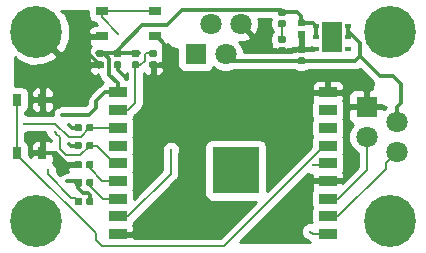
<source format=gbr>
G04 #@! TF.GenerationSoftware,KiCad,Pcbnew,5.0.2-bee76a0~70~ubuntu18.04.1*
G04 #@! TF.CreationDate,2020-01-13T19:18:57+01:00*
G04 #@! TF.ProjectId,roboy_sno,726f626f-795f-4736-9e6f-2e6b69636164,rev?*
G04 #@! TF.SameCoordinates,Original*
G04 #@! TF.FileFunction,Copper,L1,Top*
G04 #@! TF.FilePolarity,Positive*
%FSLAX46Y46*%
G04 Gerber Fmt 4.6, Leading zero omitted, Abs format (unit mm)*
G04 Created by KiCad (PCBNEW 5.0.2-bee76a0~70~ubuntu18.04.1) date Mo 13 Jan 2020 19:18:57 CET*
%MOMM*%
%LPD*%
G01*
G04 APERTURE LIST*
G04 #@! TA.AperFunction,SMDPad,CuDef*
%ADD10R,1.485000X0.900000*%
G04 #@! TD*
G04 #@! TA.AperFunction,SMDPad,CuDef*
%ADD11R,4.000000X4.000000*%
G04 #@! TD*
G04 #@! TA.AperFunction,Conductor*
%ADD12C,0.100000*%
G04 #@! TD*
G04 #@! TA.AperFunction,SMDPad,CuDef*
%ADD13C,0.590000*%
G04 #@! TD*
G04 #@! TA.AperFunction,SMDPad,CuDef*
%ADD14R,0.630000X0.450000*%
G04 #@! TD*
G04 #@! TA.AperFunction,SMDPad,CuDef*
%ADD15R,1.700000X2.600000*%
G04 #@! TD*
G04 #@! TA.AperFunction,SMDPad,CuDef*
%ADD16R,1.000000X0.700000*%
G04 #@! TD*
G04 #@! TA.AperFunction,ComponentPad*
%ADD17C,4.400000*%
G04 #@! TD*
G04 #@! TA.AperFunction,ComponentPad*
%ADD18R,1.800000X1.800000*%
G04 #@! TD*
G04 #@! TA.AperFunction,ComponentPad*
%ADD19C,1.800000*%
G04 #@! TD*
G04 #@! TA.AperFunction,SMDPad,CuDef*
%ADD20R,0.700000X1.000000*%
G04 #@! TD*
G04 #@! TA.AperFunction,ViaPad*
%ADD21C,0.301000*%
G04 #@! TD*
G04 #@! TA.AperFunction,Conductor*
%ADD22C,0.304800*%
G04 #@! TD*
G04 #@! TA.AperFunction,Conductor*
%ADD23C,0.152400*%
G04 #@! TD*
G04 #@! TA.AperFunction,Conductor*
%ADD24C,0.300000*%
G04 #@! TD*
G04 #@! TA.AperFunction,Conductor*
%ADD25C,0.254000*%
G04 #@! TD*
G04 APERTURE END LIST*
D10*
G04 #@! TO.P,U2,1*
G04 #@! TO.N,+3V3*
X115407500Y-127610000D03*
G04 #@! TO.P,U2,2*
G04 #@! TO.N,Net-(C1-Pad2)*
X115407500Y-129110000D03*
G04 #@! TO.P,U2,3*
G04 #@! TO.N,E0*
X115407500Y-130610000D03*
G04 #@! TO.P,U2,4*
G04 #@! TO.N,Net-(U2-Pad4)*
X115407500Y-132110000D03*
G04 #@! TO.P,U2,5*
G04 #@! TO.N,E1*
X115407500Y-133610000D03*
G04 #@! TO.P,U2,6*
G04 #@! TO.N,Net-(R6-Pad1)*
X115407500Y-135110000D03*
G04 #@! TO.P,U2,7*
G04 #@! TO.N,Net-(R5-Pad2)*
X115407500Y-136610000D03*
G04 #@! TO.P,U2,8*
G04 #@! TO.N,Net-(SW2-Pad2)*
X115407500Y-138110000D03*
G04 #@! TO.P,U2,9*
G04 #@! TO.N,GND*
X115407500Y-139610000D03*
G04 #@! TO.P,U2,10*
G04 #@! TO.N,MOTOR_SENSE*
X133192500Y-139610000D03*
G04 #@! TO.P,U2,11*
G04 #@! TO.N,RXD*
X133192500Y-138110000D03*
G04 #@! TO.P,U2,12*
G04 #@! TO.N,TXD*
X133192500Y-136610000D03*
G04 #@! TO.P,U2,13*
G04 #@! TO.N,GND*
X133192500Y-135110000D03*
G04 #@! TO.P,U2,14*
G04 #@! TO.N,MOTOR*
X133192500Y-133610000D03*
G04 #@! TO.P,U2,15*
G04 #@! TO.N,Net-(SW1-Pad2)*
X133192500Y-132110000D03*
G04 #@! TO.P,U2,16*
G04 #@! TO.N,Net-(U2-Pad16)*
X133192500Y-130610000D03*
G04 #@! TO.P,U2,17*
G04 #@! TO.N,Net-(U2-Pad17)*
X133192500Y-129110000D03*
G04 #@! TO.P,U2,18*
G04 #@! TO.N,GND*
X133192500Y-127610000D03*
D11*
G04 #@! TO.P,U2,19*
G04 #@! TO.N,Net-(U2-Pad19)*
X125400000Y-134210000D03*
G04 #@! TD*
D12*
G04 #@! TO.N,Net-(C1-Pad2)*
G04 #@! TO.C,C1*
G36*
X118586958Y-124020710D02*
X118601276Y-124022834D01*
X118615317Y-124026351D01*
X118628946Y-124031228D01*
X118642031Y-124037417D01*
X118654447Y-124044858D01*
X118666073Y-124053481D01*
X118676798Y-124063202D01*
X118686519Y-124073927D01*
X118695142Y-124085553D01*
X118702583Y-124097969D01*
X118708772Y-124111054D01*
X118713649Y-124124683D01*
X118717166Y-124138724D01*
X118719290Y-124153042D01*
X118720000Y-124167500D01*
X118720000Y-124462500D01*
X118719290Y-124476958D01*
X118717166Y-124491276D01*
X118713649Y-124505317D01*
X118708772Y-124518946D01*
X118702583Y-124532031D01*
X118695142Y-124544447D01*
X118686519Y-124556073D01*
X118676798Y-124566798D01*
X118666073Y-124576519D01*
X118654447Y-124585142D01*
X118642031Y-124592583D01*
X118628946Y-124598772D01*
X118615317Y-124603649D01*
X118601276Y-124607166D01*
X118586958Y-124609290D01*
X118572500Y-124610000D01*
X118227500Y-124610000D01*
X118213042Y-124609290D01*
X118198724Y-124607166D01*
X118184683Y-124603649D01*
X118171054Y-124598772D01*
X118157969Y-124592583D01*
X118145553Y-124585142D01*
X118133927Y-124576519D01*
X118123202Y-124566798D01*
X118113481Y-124556073D01*
X118104858Y-124544447D01*
X118097417Y-124532031D01*
X118091228Y-124518946D01*
X118086351Y-124505317D01*
X118082834Y-124491276D01*
X118080710Y-124476958D01*
X118080000Y-124462500D01*
X118080000Y-124167500D01*
X118080710Y-124153042D01*
X118082834Y-124138724D01*
X118086351Y-124124683D01*
X118091228Y-124111054D01*
X118097417Y-124097969D01*
X118104858Y-124085553D01*
X118113481Y-124073927D01*
X118123202Y-124063202D01*
X118133927Y-124053481D01*
X118145553Y-124044858D01*
X118157969Y-124037417D01*
X118171054Y-124031228D01*
X118184683Y-124026351D01*
X118198724Y-124022834D01*
X118213042Y-124020710D01*
X118227500Y-124020000D01*
X118572500Y-124020000D01*
X118586958Y-124020710D01*
X118586958Y-124020710D01*
G37*
D13*
G04 #@! TD*
G04 #@! TO.P,C1,2*
G04 #@! TO.N,Net-(C1-Pad2)*
X118400000Y-124315000D03*
D12*
G04 #@! TO.N,GND*
G04 #@! TO.C,C1*
G36*
X118586958Y-124990710D02*
X118601276Y-124992834D01*
X118615317Y-124996351D01*
X118628946Y-125001228D01*
X118642031Y-125007417D01*
X118654447Y-125014858D01*
X118666073Y-125023481D01*
X118676798Y-125033202D01*
X118686519Y-125043927D01*
X118695142Y-125055553D01*
X118702583Y-125067969D01*
X118708772Y-125081054D01*
X118713649Y-125094683D01*
X118717166Y-125108724D01*
X118719290Y-125123042D01*
X118720000Y-125137500D01*
X118720000Y-125432500D01*
X118719290Y-125446958D01*
X118717166Y-125461276D01*
X118713649Y-125475317D01*
X118708772Y-125488946D01*
X118702583Y-125502031D01*
X118695142Y-125514447D01*
X118686519Y-125526073D01*
X118676798Y-125536798D01*
X118666073Y-125546519D01*
X118654447Y-125555142D01*
X118642031Y-125562583D01*
X118628946Y-125568772D01*
X118615317Y-125573649D01*
X118601276Y-125577166D01*
X118586958Y-125579290D01*
X118572500Y-125580000D01*
X118227500Y-125580000D01*
X118213042Y-125579290D01*
X118198724Y-125577166D01*
X118184683Y-125573649D01*
X118171054Y-125568772D01*
X118157969Y-125562583D01*
X118145553Y-125555142D01*
X118133927Y-125546519D01*
X118123202Y-125536798D01*
X118113481Y-125526073D01*
X118104858Y-125514447D01*
X118097417Y-125502031D01*
X118091228Y-125488946D01*
X118086351Y-125475317D01*
X118082834Y-125461276D01*
X118080710Y-125446958D01*
X118080000Y-125432500D01*
X118080000Y-125137500D01*
X118080710Y-125123042D01*
X118082834Y-125108724D01*
X118086351Y-125094683D01*
X118091228Y-125081054D01*
X118097417Y-125067969D01*
X118104858Y-125055553D01*
X118113481Y-125043927D01*
X118123202Y-125033202D01*
X118133927Y-125023481D01*
X118145553Y-125014858D01*
X118157969Y-125007417D01*
X118171054Y-125001228D01*
X118184683Y-124996351D01*
X118198724Y-124992834D01*
X118213042Y-124990710D01*
X118227500Y-124990000D01*
X118572500Y-124990000D01*
X118586958Y-124990710D01*
X118586958Y-124990710D01*
G37*
D13*
G04 #@! TD*
G04 #@! TO.P,C1,1*
G04 #@! TO.N,GND*
X118400000Y-125285000D03*
D12*
G04 #@! TO.N,GND*
G04 #@! TO.C,C2*
G36*
X131146958Y-122410710D02*
X131161276Y-122412834D01*
X131175317Y-122416351D01*
X131188946Y-122421228D01*
X131202031Y-122427417D01*
X131214447Y-122434858D01*
X131226073Y-122443481D01*
X131236798Y-122453202D01*
X131246519Y-122463927D01*
X131255142Y-122475553D01*
X131262583Y-122487969D01*
X131268772Y-122501054D01*
X131273649Y-122514683D01*
X131277166Y-122528724D01*
X131279290Y-122543042D01*
X131280000Y-122557500D01*
X131280000Y-122852500D01*
X131279290Y-122866958D01*
X131277166Y-122881276D01*
X131273649Y-122895317D01*
X131268772Y-122908946D01*
X131262583Y-122922031D01*
X131255142Y-122934447D01*
X131246519Y-122946073D01*
X131236798Y-122956798D01*
X131226073Y-122966519D01*
X131214447Y-122975142D01*
X131202031Y-122982583D01*
X131188946Y-122988772D01*
X131175317Y-122993649D01*
X131161276Y-122997166D01*
X131146958Y-122999290D01*
X131132500Y-123000000D01*
X130787500Y-123000000D01*
X130773042Y-122999290D01*
X130758724Y-122997166D01*
X130744683Y-122993649D01*
X130731054Y-122988772D01*
X130717969Y-122982583D01*
X130705553Y-122975142D01*
X130693927Y-122966519D01*
X130683202Y-122956798D01*
X130673481Y-122946073D01*
X130664858Y-122934447D01*
X130657417Y-122922031D01*
X130651228Y-122908946D01*
X130646351Y-122895317D01*
X130642834Y-122881276D01*
X130640710Y-122866958D01*
X130640000Y-122852500D01*
X130640000Y-122557500D01*
X130640710Y-122543042D01*
X130642834Y-122528724D01*
X130646351Y-122514683D01*
X130651228Y-122501054D01*
X130657417Y-122487969D01*
X130664858Y-122475553D01*
X130673481Y-122463927D01*
X130683202Y-122453202D01*
X130693927Y-122443481D01*
X130705553Y-122434858D01*
X130717969Y-122427417D01*
X130731054Y-122421228D01*
X130744683Y-122416351D01*
X130758724Y-122412834D01*
X130773042Y-122410710D01*
X130787500Y-122410000D01*
X131132500Y-122410000D01*
X131146958Y-122410710D01*
X131146958Y-122410710D01*
G37*
D13*
G04 #@! TD*
G04 #@! TO.P,C2,1*
G04 #@! TO.N,GND*
X130960000Y-122705000D03*
D12*
G04 #@! TO.N,+3V3*
G04 #@! TO.C,C2*
G36*
X131146958Y-121440710D02*
X131161276Y-121442834D01*
X131175317Y-121446351D01*
X131188946Y-121451228D01*
X131202031Y-121457417D01*
X131214447Y-121464858D01*
X131226073Y-121473481D01*
X131236798Y-121483202D01*
X131246519Y-121493927D01*
X131255142Y-121505553D01*
X131262583Y-121517969D01*
X131268772Y-121531054D01*
X131273649Y-121544683D01*
X131277166Y-121558724D01*
X131279290Y-121573042D01*
X131280000Y-121587500D01*
X131280000Y-121882500D01*
X131279290Y-121896958D01*
X131277166Y-121911276D01*
X131273649Y-121925317D01*
X131268772Y-121938946D01*
X131262583Y-121952031D01*
X131255142Y-121964447D01*
X131246519Y-121976073D01*
X131236798Y-121986798D01*
X131226073Y-121996519D01*
X131214447Y-122005142D01*
X131202031Y-122012583D01*
X131188946Y-122018772D01*
X131175317Y-122023649D01*
X131161276Y-122027166D01*
X131146958Y-122029290D01*
X131132500Y-122030000D01*
X130787500Y-122030000D01*
X130773042Y-122029290D01*
X130758724Y-122027166D01*
X130744683Y-122023649D01*
X130731054Y-122018772D01*
X130717969Y-122012583D01*
X130705553Y-122005142D01*
X130693927Y-121996519D01*
X130683202Y-121986798D01*
X130673481Y-121976073D01*
X130664858Y-121964447D01*
X130657417Y-121952031D01*
X130651228Y-121938946D01*
X130646351Y-121925317D01*
X130642834Y-121911276D01*
X130640710Y-121896958D01*
X130640000Y-121882500D01*
X130640000Y-121587500D01*
X130640710Y-121573042D01*
X130642834Y-121558724D01*
X130646351Y-121544683D01*
X130651228Y-121531054D01*
X130657417Y-121517969D01*
X130664858Y-121505553D01*
X130673481Y-121493927D01*
X130683202Y-121483202D01*
X130693927Y-121473481D01*
X130705553Y-121464858D01*
X130717969Y-121457417D01*
X130731054Y-121451228D01*
X130744683Y-121446351D01*
X130758724Y-121442834D01*
X130773042Y-121440710D01*
X130787500Y-121440000D01*
X131132500Y-121440000D01*
X131146958Y-121440710D01*
X131146958Y-121440710D01*
G37*
D13*
G04 #@! TD*
G04 #@! TO.P,C2,2*
G04 #@! TO.N,+3V3*
X130960000Y-121735000D03*
D12*
G04 #@! TO.N,GND*
G04 #@! TO.C,C3*
G36*
X131146958Y-123680710D02*
X131161276Y-123682834D01*
X131175317Y-123686351D01*
X131188946Y-123691228D01*
X131202031Y-123697417D01*
X131214447Y-123704858D01*
X131226073Y-123713481D01*
X131236798Y-123723202D01*
X131246519Y-123733927D01*
X131255142Y-123745553D01*
X131262583Y-123757969D01*
X131268772Y-123771054D01*
X131273649Y-123784683D01*
X131277166Y-123798724D01*
X131279290Y-123813042D01*
X131280000Y-123827500D01*
X131280000Y-124122500D01*
X131279290Y-124136958D01*
X131277166Y-124151276D01*
X131273649Y-124165317D01*
X131268772Y-124178946D01*
X131262583Y-124192031D01*
X131255142Y-124204447D01*
X131246519Y-124216073D01*
X131236798Y-124226798D01*
X131226073Y-124236519D01*
X131214447Y-124245142D01*
X131202031Y-124252583D01*
X131188946Y-124258772D01*
X131175317Y-124263649D01*
X131161276Y-124267166D01*
X131146958Y-124269290D01*
X131132500Y-124270000D01*
X130787500Y-124270000D01*
X130773042Y-124269290D01*
X130758724Y-124267166D01*
X130744683Y-124263649D01*
X130731054Y-124258772D01*
X130717969Y-124252583D01*
X130705553Y-124245142D01*
X130693927Y-124236519D01*
X130683202Y-124226798D01*
X130673481Y-124216073D01*
X130664858Y-124204447D01*
X130657417Y-124192031D01*
X130651228Y-124178946D01*
X130646351Y-124165317D01*
X130642834Y-124151276D01*
X130640710Y-124136958D01*
X130640000Y-124122500D01*
X130640000Y-123827500D01*
X130640710Y-123813042D01*
X130642834Y-123798724D01*
X130646351Y-123784683D01*
X130651228Y-123771054D01*
X130657417Y-123757969D01*
X130664858Y-123745553D01*
X130673481Y-123733927D01*
X130683202Y-123723202D01*
X130693927Y-123713481D01*
X130705553Y-123704858D01*
X130717969Y-123697417D01*
X130731054Y-123691228D01*
X130744683Y-123686351D01*
X130758724Y-123682834D01*
X130773042Y-123680710D01*
X130787500Y-123680000D01*
X131132500Y-123680000D01*
X131146958Y-123680710D01*
X131146958Y-123680710D01*
G37*
D13*
G04 #@! TD*
G04 #@! TO.P,C3,1*
G04 #@! TO.N,GND*
X130960000Y-123975000D03*
D12*
G04 #@! TO.N,+5V*
G04 #@! TO.C,C3*
G36*
X131146958Y-124650710D02*
X131161276Y-124652834D01*
X131175317Y-124656351D01*
X131188946Y-124661228D01*
X131202031Y-124667417D01*
X131214447Y-124674858D01*
X131226073Y-124683481D01*
X131236798Y-124693202D01*
X131246519Y-124703927D01*
X131255142Y-124715553D01*
X131262583Y-124727969D01*
X131268772Y-124741054D01*
X131273649Y-124754683D01*
X131277166Y-124768724D01*
X131279290Y-124783042D01*
X131280000Y-124797500D01*
X131280000Y-125092500D01*
X131279290Y-125106958D01*
X131277166Y-125121276D01*
X131273649Y-125135317D01*
X131268772Y-125148946D01*
X131262583Y-125162031D01*
X131255142Y-125174447D01*
X131246519Y-125186073D01*
X131236798Y-125196798D01*
X131226073Y-125206519D01*
X131214447Y-125215142D01*
X131202031Y-125222583D01*
X131188946Y-125228772D01*
X131175317Y-125233649D01*
X131161276Y-125237166D01*
X131146958Y-125239290D01*
X131132500Y-125240000D01*
X130787500Y-125240000D01*
X130773042Y-125239290D01*
X130758724Y-125237166D01*
X130744683Y-125233649D01*
X130731054Y-125228772D01*
X130717969Y-125222583D01*
X130705553Y-125215142D01*
X130693927Y-125206519D01*
X130683202Y-125196798D01*
X130673481Y-125186073D01*
X130664858Y-125174447D01*
X130657417Y-125162031D01*
X130651228Y-125148946D01*
X130646351Y-125135317D01*
X130642834Y-125121276D01*
X130640710Y-125106958D01*
X130640000Y-125092500D01*
X130640000Y-124797500D01*
X130640710Y-124783042D01*
X130642834Y-124768724D01*
X130646351Y-124754683D01*
X130651228Y-124741054D01*
X130657417Y-124727969D01*
X130664858Y-124715553D01*
X130673481Y-124703927D01*
X130683202Y-124693202D01*
X130693927Y-124683481D01*
X130705553Y-124674858D01*
X130717969Y-124667417D01*
X130731054Y-124661228D01*
X130744683Y-124656351D01*
X130758724Y-124652834D01*
X130773042Y-124650710D01*
X130787500Y-124650000D01*
X131132500Y-124650000D01*
X131146958Y-124650710D01*
X131146958Y-124650710D01*
G37*
D13*
G04 #@! TD*
G04 #@! TO.P,C3,2*
G04 #@! TO.N,+5V*
X130960000Y-124945000D03*
D12*
G04 #@! TO.N,+3V3*
G04 #@! TO.C,C4*
G36*
X115586958Y-124020710D02*
X115601276Y-124022834D01*
X115615317Y-124026351D01*
X115628946Y-124031228D01*
X115642031Y-124037417D01*
X115654447Y-124044858D01*
X115666073Y-124053481D01*
X115676798Y-124063202D01*
X115686519Y-124073927D01*
X115695142Y-124085553D01*
X115702583Y-124097969D01*
X115708772Y-124111054D01*
X115713649Y-124124683D01*
X115717166Y-124138724D01*
X115719290Y-124153042D01*
X115720000Y-124167500D01*
X115720000Y-124462500D01*
X115719290Y-124476958D01*
X115717166Y-124491276D01*
X115713649Y-124505317D01*
X115708772Y-124518946D01*
X115702583Y-124532031D01*
X115695142Y-124544447D01*
X115686519Y-124556073D01*
X115676798Y-124566798D01*
X115666073Y-124576519D01*
X115654447Y-124585142D01*
X115642031Y-124592583D01*
X115628946Y-124598772D01*
X115615317Y-124603649D01*
X115601276Y-124607166D01*
X115586958Y-124609290D01*
X115572500Y-124610000D01*
X115227500Y-124610000D01*
X115213042Y-124609290D01*
X115198724Y-124607166D01*
X115184683Y-124603649D01*
X115171054Y-124598772D01*
X115157969Y-124592583D01*
X115145553Y-124585142D01*
X115133927Y-124576519D01*
X115123202Y-124566798D01*
X115113481Y-124556073D01*
X115104858Y-124544447D01*
X115097417Y-124532031D01*
X115091228Y-124518946D01*
X115086351Y-124505317D01*
X115082834Y-124491276D01*
X115080710Y-124476958D01*
X115080000Y-124462500D01*
X115080000Y-124167500D01*
X115080710Y-124153042D01*
X115082834Y-124138724D01*
X115086351Y-124124683D01*
X115091228Y-124111054D01*
X115097417Y-124097969D01*
X115104858Y-124085553D01*
X115113481Y-124073927D01*
X115123202Y-124063202D01*
X115133927Y-124053481D01*
X115145553Y-124044858D01*
X115157969Y-124037417D01*
X115171054Y-124031228D01*
X115184683Y-124026351D01*
X115198724Y-124022834D01*
X115213042Y-124020710D01*
X115227500Y-124020000D01*
X115572500Y-124020000D01*
X115586958Y-124020710D01*
X115586958Y-124020710D01*
G37*
D13*
G04 #@! TD*
G04 #@! TO.P,C4,1*
G04 #@! TO.N,+3V3*
X115400000Y-124315000D03*
D12*
G04 #@! TO.N,GND*
G04 #@! TO.C,C4*
G36*
X115586958Y-124990710D02*
X115601276Y-124992834D01*
X115615317Y-124996351D01*
X115628946Y-125001228D01*
X115642031Y-125007417D01*
X115654447Y-125014858D01*
X115666073Y-125023481D01*
X115676798Y-125033202D01*
X115686519Y-125043927D01*
X115695142Y-125055553D01*
X115702583Y-125067969D01*
X115708772Y-125081054D01*
X115713649Y-125094683D01*
X115717166Y-125108724D01*
X115719290Y-125123042D01*
X115720000Y-125137500D01*
X115720000Y-125432500D01*
X115719290Y-125446958D01*
X115717166Y-125461276D01*
X115713649Y-125475317D01*
X115708772Y-125488946D01*
X115702583Y-125502031D01*
X115695142Y-125514447D01*
X115686519Y-125526073D01*
X115676798Y-125536798D01*
X115666073Y-125546519D01*
X115654447Y-125555142D01*
X115642031Y-125562583D01*
X115628946Y-125568772D01*
X115615317Y-125573649D01*
X115601276Y-125577166D01*
X115586958Y-125579290D01*
X115572500Y-125580000D01*
X115227500Y-125580000D01*
X115213042Y-125579290D01*
X115198724Y-125577166D01*
X115184683Y-125573649D01*
X115171054Y-125568772D01*
X115157969Y-125562583D01*
X115145553Y-125555142D01*
X115133927Y-125546519D01*
X115123202Y-125536798D01*
X115113481Y-125526073D01*
X115104858Y-125514447D01*
X115097417Y-125502031D01*
X115091228Y-125488946D01*
X115086351Y-125475317D01*
X115082834Y-125461276D01*
X115080710Y-125446958D01*
X115080000Y-125432500D01*
X115080000Y-125137500D01*
X115080710Y-125123042D01*
X115082834Y-125108724D01*
X115086351Y-125094683D01*
X115091228Y-125081054D01*
X115097417Y-125067969D01*
X115104858Y-125055553D01*
X115113481Y-125043927D01*
X115123202Y-125033202D01*
X115133927Y-125023481D01*
X115145553Y-125014858D01*
X115157969Y-125007417D01*
X115171054Y-125001228D01*
X115184683Y-124996351D01*
X115198724Y-124992834D01*
X115213042Y-124990710D01*
X115227500Y-124990000D01*
X115572500Y-124990000D01*
X115586958Y-124990710D01*
X115586958Y-124990710D01*
G37*
D13*
G04 #@! TD*
G04 #@! TO.P,C4,2*
G04 #@! TO.N,GND*
X115400000Y-125285000D03*
D12*
G04 #@! TO.N,+3V3*
G04 #@! TO.C,C5*
G36*
X114086958Y-124020710D02*
X114101276Y-124022834D01*
X114115317Y-124026351D01*
X114128946Y-124031228D01*
X114142031Y-124037417D01*
X114154447Y-124044858D01*
X114166073Y-124053481D01*
X114176798Y-124063202D01*
X114186519Y-124073927D01*
X114195142Y-124085553D01*
X114202583Y-124097969D01*
X114208772Y-124111054D01*
X114213649Y-124124683D01*
X114217166Y-124138724D01*
X114219290Y-124153042D01*
X114220000Y-124167500D01*
X114220000Y-124462500D01*
X114219290Y-124476958D01*
X114217166Y-124491276D01*
X114213649Y-124505317D01*
X114208772Y-124518946D01*
X114202583Y-124532031D01*
X114195142Y-124544447D01*
X114186519Y-124556073D01*
X114176798Y-124566798D01*
X114166073Y-124576519D01*
X114154447Y-124585142D01*
X114142031Y-124592583D01*
X114128946Y-124598772D01*
X114115317Y-124603649D01*
X114101276Y-124607166D01*
X114086958Y-124609290D01*
X114072500Y-124610000D01*
X113727500Y-124610000D01*
X113713042Y-124609290D01*
X113698724Y-124607166D01*
X113684683Y-124603649D01*
X113671054Y-124598772D01*
X113657969Y-124592583D01*
X113645553Y-124585142D01*
X113633927Y-124576519D01*
X113623202Y-124566798D01*
X113613481Y-124556073D01*
X113604858Y-124544447D01*
X113597417Y-124532031D01*
X113591228Y-124518946D01*
X113586351Y-124505317D01*
X113582834Y-124491276D01*
X113580710Y-124476958D01*
X113580000Y-124462500D01*
X113580000Y-124167500D01*
X113580710Y-124153042D01*
X113582834Y-124138724D01*
X113586351Y-124124683D01*
X113591228Y-124111054D01*
X113597417Y-124097969D01*
X113604858Y-124085553D01*
X113613481Y-124073927D01*
X113623202Y-124063202D01*
X113633927Y-124053481D01*
X113645553Y-124044858D01*
X113657969Y-124037417D01*
X113671054Y-124031228D01*
X113684683Y-124026351D01*
X113698724Y-124022834D01*
X113713042Y-124020710D01*
X113727500Y-124020000D01*
X114072500Y-124020000D01*
X114086958Y-124020710D01*
X114086958Y-124020710D01*
G37*
D13*
G04 #@! TD*
G04 #@! TO.P,C5,2*
G04 #@! TO.N,+3V3*
X113900000Y-124315000D03*
D12*
G04 #@! TO.N,GND*
G04 #@! TO.C,C5*
G36*
X114086958Y-124990710D02*
X114101276Y-124992834D01*
X114115317Y-124996351D01*
X114128946Y-125001228D01*
X114142031Y-125007417D01*
X114154447Y-125014858D01*
X114166073Y-125023481D01*
X114176798Y-125033202D01*
X114186519Y-125043927D01*
X114195142Y-125055553D01*
X114202583Y-125067969D01*
X114208772Y-125081054D01*
X114213649Y-125094683D01*
X114217166Y-125108724D01*
X114219290Y-125123042D01*
X114220000Y-125137500D01*
X114220000Y-125432500D01*
X114219290Y-125446958D01*
X114217166Y-125461276D01*
X114213649Y-125475317D01*
X114208772Y-125488946D01*
X114202583Y-125502031D01*
X114195142Y-125514447D01*
X114186519Y-125526073D01*
X114176798Y-125536798D01*
X114166073Y-125546519D01*
X114154447Y-125555142D01*
X114142031Y-125562583D01*
X114128946Y-125568772D01*
X114115317Y-125573649D01*
X114101276Y-125577166D01*
X114086958Y-125579290D01*
X114072500Y-125580000D01*
X113727500Y-125580000D01*
X113713042Y-125579290D01*
X113698724Y-125577166D01*
X113684683Y-125573649D01*
X113671054Y-125568772D01*
X113657969Y-125562583D01*
X113645553Y-125555142D01*
X113633927Y-125546519D01*
X113623202Y-125536798D01*
X113613481Y-125526073D01*
X113604858Y-125514447D01*
X113597417Y-125502031D01*
X113591228Y-125488946D01*
X113586351Y-125475317D01*
X113582834Y-125461276D01*
X113580710Y-125446958D01*
X113580000Y-125432500D01*
X113580000Y-125137500D01*
X113580710Y-125123042D01*
X113582834Y-125108724D01*
X113586351Y-125094683D01*
X113591228Y-125081054D01*
X113597417Y-125067969D01*
X113604858Y-125055553D01*
X113613481Y-125043927D01*
X113623202Y-125033202D01*
X113633927Y-125023481D01*
X113645553Y-125014858D01*
X113657969Y-125007417D01*
X113671054Y-125001228D01*
X113684683Y-124996351D01*
X113698724Y-124992834D01*
X113713042Y-124990710D01*
X113727500Y-124990000D01*
X114072500Y-124990000D01*
X114086958Y-124990710D01*
X114086958Y-124990710D01*
G37*
D13*
G04 #@! TD*
G04 #@! TO.P,C5,1*
G04 #@! TO.N,GND*
X113900000Y-125285000D03*
D12*
G04 #@! TO.N,+3V3*
G04 #@! TO.C,R10*
G36*
X117086958Y-124020710D02*
X117101276Y-124022834D01*
X117115317Y-124026351D01*
X117128946Y-124031228D01*
X117142031Y-124037417D01*
X117154447Y-124044858D01*
X117166073Y-124053481D01*
X117176798Y-124063202D01*
X117186519Y-124073927D01*
X117195142Y-124085553D01*
X117202583Y-124097969D01*
X117208772Y-124111054D01*
X117213649Y-124124683D01*
X117217166Y-124138724D01*
X117219290Y-124153042D01*
X117220000Y-124167500D01*
X117220000Y-124462500D01*
X117219290Y-124476958D01*
X117217166Y-124491276D01*
X117213649Y-124505317D01*
X117208772Y-124518946D01*
X117202583Y-124532031D01*
X117195142Y-124544447D01*
X117186519Y-124556073D01*
X117176798Y-124566798D01*
X117166073Y-124576519D01*
X117154447Y-124585142D01*
X117142031Y-124592583D01*
X117128946Y-124598772D01*
X117115317Y-124603649D01*
X117101276Y-124607166D01*
X117086958Y-124609290D01*
X117072500Y-124610000D01*
X116727500Y-124610000D01*
X116713042Y-124609290D01*
X116698724Y-124607166D01*
X116684683Y-124603649D01*
X116671054Y-124598772D01*
X116657969Y-124592583D01*
X116645553Y-124585142D01*
X116633927Y-124576519D01*
X116623202Y-124566798D01*
X116613481Y-124556073D01*
X116604858Y-124544447D01*
X116597417Y-124532031D01*
X116591228Y-124518946D01*
X116586351Y-124505317D01*
X116582834Y-124491276D01*
X116580710Y-124476958D01*
X116580000Y-124462500D01*
X116580000Y-124167500D01*
X116580710Y-124153042D01*
X116582834Y-124138724D01*
X116586351Y-124124683D01*
X116591228Y-124111054D01*
X116597417Y-124097969D01*
X116604858Y-124085553D01*
X116613481Y-124073927D01*
X116623202Y-124063202D01*
X116633927Y-124053481D01*
X116645553Y-124044858D01*
X116657969Y-124037417D01*
X116671054Y-124031228D01*
X116684683Y-124026351D01*
X116698724Y-124022834D01*
X116713042Y-124020710D01*
X116727500Y-124020000D01*
X117072500Y-124020000D01*
X117086958Y-124020710D01*
X117086958Y-124020710D01*
G37*
D13*
G04 #@! TD*
G04 #@! TO.P,R10,2*
G04 #@! TO.N,+3V3*
X116900000Y-124315000D03*
D12*
G04 #@! TO.N,Net-(C1-Pad2)*
G04 #@! TO.C,R10*
G36*
X117086958Y-124990710D02*
X117101276Y-124992834D01*
X117115317Y-124996351D01*
X117128946Y-125001228D01*
X117142031Y-125007417D01*
X117154447Y-125014858D01*
X117166073Y-125023481D01*
X117176798Y-125033202D01*
X117186519Y-125043927D01*
X117195142Y-125055553D01*
X117202583Y-125067969D01*
X117208772Y-125081054D01*
X117213649Y-125094683D01*
X117217166Y-125108724D01*
X117219290Y-125123042D01*
X117220000Y-125137500D01*
X117220000Y-125432500D01*
X117219290Y-125446958D01*
X117217166Y-125461276D01*
X117213649Y-125475317D01*
X117208772Y-125488946D01*
X117202583Y-125502031D01*
X117195142Y-125514447D01*
X117186519Y-125526073D01*
X117176798Y-125536798D01*
X117166073Y-125546519D01*
X117154447Y-125555142D01*
X117142031Y-125562583D01*
X117128946Y-125568772D01*
X117115317Y-125573649D01*
X117101276Y-125577166D01*
X117086958Y-125579290D01*
X117072500Y-125580000D01*
X116727500Y-125580000D01*
X116713042Y-125579290D01*
X116698724Y-125577166D01*
X116684683Y-125573649D01*
X116671054Y-125568772D01*
X116657969Y-125562583D01*
X116645553Y-125555142D01*
X116633927Y-125546519D01*
X116623202Y-125536798D01*
X116613481Y-125526073D01*
X116604858Y-125514447D01*
X116597417Y-125502031D01*
X116591228Y-125488946D01*
X116586351Y-125475317D01*
X116582834Y-125461276D01*
X116580710Y-125446958D01*
X116580000Y-125432500D01*
X116580000Y-125137500D01*
X116580710Y-125123042D01*
X116582834Y-125108724D01*
X116586351Y-125094683D01*
X116591228Y-125081054D01*
X116597417Y-125067969D01*
X116604858Y-125055553D01*
X116613481Y-125043927D01*
X116623202Y-125033202D01*
X116633927Y-125023481D01*
X116645553Y-125014858D01*
X116657969Y-125007417D01*
X116671054Y-125001228D01*
X116684683Y-124996351D01*
X116698724Y-124992834D01*
X116713042Y-124990710D01*
X116727500Y-124990000D01*
X117072500Y-124990000D01*
X117086958Y-124990710D01*
X117086958Y-124990710D01*
G37*
D13*
G04 #@! TD*
G04 #@! TO.P,R10,1*
G04 #@! TO.N,Net-(C1-Pad2)*
X116900000Y-125285000D03*
D14*
G04 #@! TO.P,U1,1*
G04 #@! TO.N,+3V3*
X132200000Y-122000000D03*
G04 #@! TO.P,U1,2*
X132200000Y-122950000D03*
G04 #@! TO.P,U1,3*
G04 #@! TO.N,GND*
X132200000Y-123900000D03*
G04 #@! TO.P,U1,4*
G04 #@! TO.N,Net-(U1-Pad4)*
X134880000Y-123900000D03*
G04 #@! TO.P,U1,5*
G04 #@! TO.N,+5V*
X134880000Y-122950000D03*
G04 #@! TO.P,U1,6*
X134880000Y-122000000D03*
D15*
G04 #@! TO.P,U1,7*
G04 #@! TO.N,N/C*
X133540000Y-122950000D03*
G04 #@! TD*
D16*
G04 #@! TO.P,SW2,2*
G04 #@! TO.N,Net-(SW2-Pad2)*
X118550000Y-120725000D03*
X114050000Y-120725000D03*
G04 #@! TO.P,SW2,1*
G04 #@! TO.N,GND*
X114050000Y-122875000D03*
X118550000Y-122875000D03*
G04 #@! TD*
D12*
G04 #@! TO.N,GND*
G04 #@! TO.C,R1*
G36*
X112226958Y-130270710D02*
X112241276Y-130272834D01*
X112255317Y-130276351D01*
X112268946Y-130281228D01*
X112282031Y-130287417D01*
X112294447Y-130294858D01*
X112306073Y-130303481D01*
X112316798Y-130313202D01*
X112326519Y-130323927D01*
X112335142Y-130335553D01*
X112342583Y-130347969D01*
X112348772Y-130361054D01*
X112353649Y-130374683D01*
X112357166Y-130388724D01*
X112359290Y-130403042D01*
X112360000Y-130417500D01*
X112360000Y-130762500D01*
X112359290Y-130776958D01*
X112357166Y-130791276D01*
X112353649Y-130805317D01*
X112348772Y-130818946D01*
X112342583Y-130832031D01*
X112335142Y-130844447D01*
X112326519Y-130856073D01*
X112316798Y-130866798D01*
X112306073Y-130876519D01*
X112294447Y-130885142D01*
X112282031Y-130892583D01*
X112268946Y-130898772D01*
X112255317Y-130903649D01*
X112241276Y-130907166D01*
X112226958Y-130909290D01*
X112212500Y-130910000D01*
X111917500Y-130910000D01*
X111903042Y-130909290D01*
X111888724Y-130907166D01*
X111874683Y-130903649D01*
X111861054Y-130898772D01*
X111847969Y-130892583D01*
X111835553Y-130885142D01*
X111823927Y-130876519D01*
X111813202Y-130866798D01*
X111803481Y-130856073D01*
X111794858Y-130844447D01*
X111787417Y-130832031D01*
X111781228Y-130818946D01*
X111776351Y-130805317D01*
X111772834Y-130791276D01*
X111770710Y-130776958D01*
X111770000Y-130762500D01*
X111770000Y-130417500D01*
X111770710Y-130403042D01*
X111772834Y-130388724D01*
X111776351Y-130374683D01*
X111781228Y-130361054D01*
X111787417Y-130347969D01*
X111794858Y-130335553D01*
X111803481Y-130323927D01*
X111813202Y-130313202D01*
X111823927Y-130303481D01*
X111835553Y-130294858D01*
X111847969Y-130287417D01*
X111861054Y-130281228D01*
X111874683Y-130276351D01*
X111888724Y-130272834D01*
X111903042Y-130270710D01*
X111917500Y-130270000D01*
X112212500Y-130270000D01*
X112226958Y-130270710D01*
X112226958Y-130270710D01*
G37*
D13*
G04 #@! TD*
G04 #@! TO.P,R1,2*
G04 #@! TO.N,GND*
X112065000Y-130590000D03*
D12*
G04 #@! TO.N,E0*
G04 #@! TO.C,R1*
G36*
X113196958Y-130270710D02*
X113211276Y-130272834D01*
X113225317Y-130276351D01*
X113238946Y-130281228D01*
X113252031Y-130287417D01*
X113264447Y-130294858D01*
X113276073Y-130303481D01*
X113286798Y-130313202D01*
X113296519Y-130323927D01*
X113305142Y-130335553D01*
X113312583Y-130347969D01*
X113318772Y-130361054D01*
X113323649Y-130374683D01*
X113327166Y-130388724D01*
X113329290Y-130403042D01*
X113330000Y-130417500D01*
X113330000Y-130762500D01*
X113329290Y-130776958D01*
X113327166Y-130791276D01*
X113323649Y-130805317D01*
X113318772Y-130818946D01*
X113312583Y-130832031D01*
X113305142Y-130844447D01*
X113296519Y-130856073D01*
X113286798Y-130866798D01*
X113276073Y-130876519D01*
X113264447Y-130885142D01*
X113252031Y-130892583D01*
X113238946Y-130898772D01*
X113225317Y-130903649D01*
X113211276Y-130907166D01*
X113196958Y-130909290D01*
X113182500Y-130910000D01*
X112887500Y-130910000D01*
X112873042Y-130909290D01*
X112858724Y-130907166D01*
X112844683Y-130903649D01*
X112831054Y-130898772D01*
X112817969Y-130892583D01*
X112805553Y-130885142D01*
X112793927Y-130876519D01*
X112783202Y-130866798D01*
X112773481Y-130856073D01*
X112764858Y-130844447D01*
X112757417Y-130832031D01*
X112751228Y-130818946D01*
X112746351Y-130805317D01*
X112742834Y-130791276D01*
X112740710Y-130776958D01*
X112740000Y-130762500D01*
X112740000Y-130417500D01*
X112740710Y-130403042D01*
X112742834Y-130388724D01*
X112746351Y-130374683D01*
X112751228Y-130361054D01*
X112757417Y-130347969D01*
X112764858Y-130335553D01*
X112773481Y-130323927D01*
X112783202Y-130313202D01*
X112793927Y-130303481D01*
X112805553Y-130294858D01*
X112817969Y-130287417D01*
X112831054Y-130281228D01*
X112844683Y-130276351D01*
X112858724Y-130272834D01*
X112873042Y-130270710D01*
X112887500Y-130270000D01*
X113182500Y-130270000D01*
X113196958Y-130270710D01*
X113196958Y-130270710D01*
G37*
D13*
G04 #@! TD*
G04 #@! TO.P,R1,1*
G04 #@! TO.N,E0*
X113035000Y-130590000D03*
D12*
G04 #@! TO.N,GND*
G04 #@! TO.C,R2*
G36*
X112216958Y-131800710D02*
X112231276Y-131802834D01*
X112245317Y-131806351D01*
X112258946Y-131811228D01*
X112272031Y-131817417D01*
X112284447Y-131824858D01*
X112296073Y-131833481D01*
X112306798Y-131843202D01*
X112316519Y-131853927D01*
X112325142Y-131865553D01*
X112332583Y-131877969D01*
X112338772Y-131891054D01*
X112343649Y-131904683D01*
X112347166Y-131918724D01*
X112349290Y-131933042D01*
X112350000Y-131947500D01*
X112350000Y-132292500D01*
X112349290Y-132306958D01*
X112347166Y-132321276D01*
X112343649Y-132335317D01*
X112338772Y-132348946D01*
X112332583Y-132362031D01*
X112325142Y-132374447D01*
X112316519Y-132386073D01*
X112306798Y-132396798D01*
X112296073Y-132406519D01*
X112284447Y-132415142D01*
X112272031Y-132422583D01*
X112258946Y-132428772D01*
X112245317Y-132433649D01*
X112231276Y-132437166D01*
X112216958Y-132439290D01*
X112202500Y-132440000D01*
X111907500Y-132440000D01*
X111893042Y-132439290D01*
X111878724Y-132437166D01*
X111864683Y-132433649D01*
X111851054Y-132428772D01*
X111837969Y-132422583D01*
X111825553Y-132415142D01*
X111813927Y-132406519D01*
X111803202Y-132396798D01*
X111793481Y-132386073D01*
X111784858Y-132374447D01*
X111777417Y-132362031D01*
X111771228Y-132348946D01*
X111766351Y-132335317D01*
X111762834Y-132321276D01*
X111760710Y-132306958D01*
X111760000Y-132292500D01*
X111760000Y-131947500D01*
X111760710Y-131933042D01*
X111762834Y-131918724D01*
X111766351Y-131904683D01*
X111771228Y-131891054D01*
X111777417Y-131877969D01*
X111784858Y-131865553D01*
X111793481Y-131853927D01*
X111803202Y-131843202D01*
X111813927Y-131833481D01*
X111825553Y-131824858D01*
X111837969Y-131817417D01*
X111851054Y-131811228D01*
X111864683Y-131806351D01*
X111878724Y-131802834D01*
X111893042Y-131800710D01*
X111907500Y-131800000D01*
X112202500Y-131800000D01*
X112216958Y-131800710D01*
X112216958Y-131800710D01*
G37*
D13*
G04 #@! TD*
G04 #@! TO.P,R2,1*
G04 #@! TO.N,GND*
X112055000Y-132120000D03*
D12*
G04 #@! TO.N,E1*
G04 #@! TO.C,R2*
G36*
X113186958Y-131800710D02*
X113201276Y-131802834D01*
X113215317Y-131806351D01*
X113228946Y-131811228D01*
X113242031Y-131817417D01*
X113254447Y-131824858D01*
X113266073Y-131833481D01*
X113276798Y-131843202D01*
X113286519Y-131853927D01*
X113295142Y-131865553D01*
X113302583Y-131877969D01*
X113308772Y-131891054D01*
X113313649Y-131904683D01*
X113317166Y-131918724D01*
X113319290Y-131933042D01*
X113320000Y-131947500D01*
X113320000Y-132292500D01*
X113319290Y-132306958D01*
X113317166Y-132321276D01*
X113313649Y-132335317D01*
X113308772Y-132348946D01*
X113302583Y-132362031D01*
X113295142Y-132374447D01*
X113286519Y-132386073D01*
X113276798Y-132396798D01*
X113266073Y-132406519D01*
X113254447Y-132415142D01*
X113242031Y-132422583D01*
X113228946Y-132428772D01*
X113215317Y-132433649D01*
X113201276Y-132437166D01*
X113186958Y-132439290D01*
X113172500Y-132440000D01*
X112877500Y-132440000D01*
X112863042Y-132439290D01*
X112848724Y-132437166D01*
X112834683Y-132433649D01*
X112821054Y-132428772D01*
X112807969Y-132422583D01*
X112795553Y-132415142D01*
X112783927Y-132406519D01*
X112773202Y-132396798D01*
X112763481Y-132386073D01*
X112754858Y-132374447D01*
X112747417Y-132362031D01*
X112741228Y-132348946D01*
X112736351Y-132335317D01*
X112732834Y-132321276D01*
X112730710Y-132306958D01*
X112730000Y-132292500D01*
X112730000Y-131947500D01*
X112730710Y-131933042D01*
X112732834Y-131918724D01*
X112736351Y-131904683D01*
X112741228Y-131891054D01*
X112747417Y-131877969D01*
X112754858Y-131865553D01*
X112763481Y-131853927D01*
X112773202Y-131843202D01*
X112783927Y-131833481D01*
X112795553Y-131824858D01*
X112807969Y-131817417D01*
X112821054Y-131811228D01*
X112834683Y-131806351D01*
X112848724Y-131802834D01*
X112863042Y-131800710D01*
X112877500Y-131800000D01*
X113172500Y-131800000D01*
X113186958Y-131800710D01*
X113186958Y-131800710D01*
G37*
D13*
G04 #@! TD*
G04 #@! TO.P,R2,2*
G04 #@! TO.N,E1*
X113025000Y-132120000D03*
D12*
G04 #@! TO.N,+3V3*
G04 #@! TO.C,R3*
G36*
X113216958Y-136540710D02*
X113231276Y-136542834D01*
X113245317Y-136546351D01*
X113258946Y-136551228D01*
X113272031Y-136557417D01*
X113284447Y-136564858D01*
X113296073Y-136573481D01*
X113306798Y-136583202D01*
X113316519Y-136593927D01*
X113325142Y-136605553D01*
X113332583Y-136617969D01*
X113338772Y-136631054D01*
X113343649Y-136644683D01*
X113347166Y-136658724D01*
X113349290Y-136673042D01*
X113350000Y-136687500D01*
X113350000Y-137032500D01*
X113349290Y-137046958D01*
X113347166Y-137061276D01*
X113343649Y-137075317D01*
X113338772Y-137088946D01*
X113332583Y-137102031D01*
X113325142Y-137114447D01*
X113316519Y-137126073D01*
X113306798Y-137136798D01*
X113296073Y-137146519D01*
X113284447Y-137155142D01*
X113272031Y-137162583D01*
X113258946Y-137168772D01*
X113245317Y-137173649D01*
X113231276Y-137177166D01*
X113216958Y-137179290D01*
X113202500Y-137180000D01*
X112907500Y-137180000D01*
X112893042Y-137179290D01*
X112878724Y-137177166D01*
X112864683Y-137173649D01*
X112851054Y-137168772D01*
X112837969Y-137162583D01*
X112825553Y-137155142D01*
X112813927Y-137146519D01*
X112803202Y-137136798D01*
X112793481Y-137126073D01*
X112784858Y-137114447D01*
X112777417Y-137102031D01*
X112771228Y-137088946D01*
X112766351Y-137075317D01*
X112762834Y-137061276D01*
X112760710Y-137046958D01*
X112760000Y-137032500D01*
X112760000Y-136687500D01*
X112760710Y-136673042D01*
X112762834Y-136658724D01*
X112766351Y-136644683D01*
X112771228Y-136631054D01*
X112777417Y-136617969D01*
X112784858Y-136605553D01*
X112793481Y-136593927D01*
X112803202Y-136583202D01*
X112813927Y-136573481D01*
X112825553Y-136564858D01*
X112837969Y-136557417D01*
X112851054Y-136551228D01*
X112864683Y-136546351D01*
X112878724Y-136542834D01*
X112893042Y-136540710D01*
X112907500Y-136540000D01*
X113202500Y-136540000D01*
X113216958Y-136540710D01*
X113216958Y-136540710D01*
G37*
D13*
G04 #@! TD*
G04 #@! TO.P,R3,1*
G04 #@! TO.N,+3V3*
X113055000Y-136860000D03*
D12*
G04 #@! TO.N,Net-(J4-Pad4)*
G04 #@! TO.C,R3*
G36*
X112246958Y-136540710D02*
X112261276Y-136542834D01*
X112275317Y-136546351D01*
X112288946Y-136551228D01*
X112302031Y-136557417D01*
X112314447Y-136564858D01*
X112326073Y-136573481D01*
X112336798Y-136583202D01*
X112346519Y-136593927D01*
X112355142Y-136605553D01*
X112362583Y-136617969D01*
X112368772Y-136631054D01*
X112373649Y-136644683D01*
X112377166Y-136658724D01*
X112379290Y-136673042D01*
X112380000Y-136687500D01*
X112380000Y-137032500D01*
X112379290Y-137046958D01*
X112377166Y-137061276D01*
X112373649Y-137075317D01*
X112368772Y-137088946D01*
X112362583Y-137102031D01*
X112355142Y-137114447D01*
X112346519Y-137126073D01*
X112336798Y-137136798D01*
X112326073Y-137146519D01*
X112314447Y-137155142D01*
X112302031Y-137162583D01*
X112288946Y-137168772D01*
X112275317Y-137173649D01*
X112261276Y-137177166D01*
X112246958Y-137179290D01*
X112232500Y-137180000D01*
X111937500Y-137180000D01*
X111923042Y-137179290D01*
X111908724Y-137177166D01*
X111894683Y-137173649D01*
X111881054Y-137168772D01*
X111867969Y-137162583D01*
X111855553Y-137155142D01*
X111843927Y-137146519D01*
X111833202Y-137136798D01*
X111823481Y-137126073D01*
X111814858Y-137114447D01*
X111807417Y-137102031D01*
X111801228Y-137088946D01*
X111796351Y-137075317D01*
X111792834Y-137061276D01*
X111790710Y-137046958D01*
X111790000Y-137032500D01*
X111790000Y-136687500D01*
X111790710Y-136673042D01*
X111792834Y-136658724D01*
X111796351Y-136644683D01*
X111801228Y-136631054D01*
X111807417Y-136617969D01*
X111814858Y-136605553D01*
X111823481Y-136593927D01*
X111833202Y-136583202D01*
X111843927Y-136573481D01*
X111855553Y-136564858D01*
X111867969Y-136557417D01*
X111881054Y-136551228D01*
X111894683Y-136546351D01*
X111908724Y-136542834D01*
X111923042Y-136540710D01*
X111937500Y-136540000D01*
X112232500Y-136540000D01*
X112246958Y-136540710D01*
X112246958Y-136540710D01*
G37*
D13*
G04 #@! TD*
G04 #@! TO.P,R3,2*
G04 #@! TO.N,Net-(J4-Pad4)*
X112085000Y-136860000D03*
D17*
G04 #@! TO.P,H1,1*
G04 #@! TO.N,GND*
X138500000Y-122500000D03*
G04 #@! TD*
G04 #@! TO.P,H2,1*
G04 #@! TO.N,GND*
X108500000Y-122500000D03*
G04 #@! TD*
D18*
G04 #@! TO.P,J3,1*
G04 #@! TO.N,GND*
X136480000Y-128845000D03*
D19*
G04 #@! TO.P,J3,2*
G04 #@! TO.N,+5V*
X139020000Y-130115000D03*
G04 #@! TO.P,J3,3*
G04 #@! TO.N,TXD*
X136480000Y-131385000D03*
G04 #@! TO.P,J3,4*
G04 #@! TO.N,RXD*
X139020000Y-132655000D03*
G04 #@! TD*
D18*
G04 #@! TO.P,J2,1*
G04 #@! TO.N,MOTOR_SENSE*
X121995000Y-124370000D03*
D19*
G04 #@! TO.P,J2,2*
G04 #@! TO.N,MOTOR*
X123265000Y-121830000D03*
G04 #@! TO.P,J2,3*
G04 #@! TO.N,+5V*
X124535000Y-124370000D03*
G04 #@! TO.P,J2,4*
G04 #@! TO.N,GND*
X125805000Y-121830000D03*
G04 #@! TD*
D17*
G04 #@! TO.P,H6,1*
G04 #@! TO.N,GND*
X108500000Y-138500000D03*
G04 #@! TD*
G04 #@! TO.P,H7,1*
G04 #@! TO.N,GND*
X138500000Y-138500000D03*
G04 #@! TD*
D12*
G04 #@! TO.N,Net-(D1-Pad1)*
G04 #@! TO.C,D1*
G36*
X129486958Y-121490710D02*
X129501276Y-121492834D01*
X129515317Y-121496351D01*
X129528946Y-121501228D01*
X129542031Y-121507417D01*
X129554447Y-121514858D01*
X129566073Y-121523481D01*
X129576798Y-121533202D01*
X129586519Y-121543927D01*
X129595142Y-121555553D01*
X129602583Y-121567969D01*
X129608772Y-121581054D01*
X129613649Y-121594683D01*
X129617166Y-121608724D01*
X129619290Y-121623042D01*
X129620000Y-121637500D01*
X129620000Y-121932500D01*
X129619290Y-121946958D01*
X129617166Y-121961276D01*
X129613649Y-121975317D01*
X129608772Y-121988946D01*
X129602583Y-122002031D01*
X129595142Y-122014447D01*
X129586519Y-122026073D01*
X129576798Y-122036798D01*
X129566073Y-122046519D01*
X129554447Y-122055142D01*
X129542031Y-122062583D01*
X129528946Y-122068772D01*
X129515317Y-122073649D01*
X129501276Y-122077166D01*
X129486958Y-122079290D01*
X129472500Y-122080000D01*
X129127500Y-122080000D01*
X129113042Y-122079290D01*
X129098724Y-122077166D01*
X129084683Y-122073649D01*
X129071054Y-122068772D01*
X129057969Y-122062583D01*
X129045553Y-122055142D01*
X129033927Y-122046519D01*
X129023202Y-122036798D01*
X129013481Y-122026073D01*
X129004858Y-122014447D01*
X128997417Y-122002031D01*
X128991228Y-121988946D01*
X128986351Y-121975317D01*
X128982834Y-121961276D01*
X128980710Y-121946958D01*
X128980000Y-121932500D01*
X128980000Y-121637500D01*
X128980710Y-121623042D01*
X128982834Y-121608724D01*
X128986351Y-121594683D01*
X128991228Y-121581054D01*
X128997417Y-121567969D01*
X129004858Y-121555553D01*
X129013481Y-121543927D01*
X129023202Y-121533202D01*
X129033927Y-121523481D01*
X129045553Y-121514858D01*
X129057969Y-121507417D01*
X129071054Y-121501228D01*
X129084683Y-121496351D01*
X129098724Y-121492834D01*
X129113042Y-121490710D01*
X129127500Y-121490000D01*
X129472500Y-121490000D01*
X129486958Y-121490710D01*
X129486958Y-121490710D01*
G37*
D13*
G04 #@! TD*
G04 #@! TO.P,D1,1*
G04 #@! TO.N,Net-(D1-Pad1)*
X129300000Y-121785000D03*
D12*
G04 #@! TO.N,+3V3*
G04 #@! TO.C,D1*
G36*
X129486958Y-120520710D02*
X129501276Y-120522834D01*
X129515317Y-120526351D01*
X129528946Y-120531228D01*
X129542031Y-120537417D01*
X129554447Y-120544858D01*
X129566073Y-120553481D01*
X129576798Y-120563202D01*
X129586519Y-120573927D01*
X129595142Y-120585553D01*
X129602583Y-120597969D01*
X129608772Y-120611054D01*
X129613649Y-120624683D01*
X129617166Y-120638724D01*
X129619290Y-120653042D01*
X129620000Y-120667500D01*
X129620000Y-120962500D01*
X129619290Y-120976958D01*
X129617166Y-120991276D01*
X129613649Y-121005317D01*
X129608772Y-121018946D01*
X129602583Y-121032031D01*
X129595142Y-121044447D01*
X129586519Y-121056073D01*
X129576798Y-121066798D01*
X129566073Y-121076519D01*
X129554447Y-121085142D01*
X129542031Y-121092583D01*
X129528946Y-121098772D01*
X129515317Y-121103649D01*
X129501276Y-121107166D01*
X129486958Y-121109290D01*
X129472500Y-121110000D01*
X129127500Y-121110000D01*
X129113042Y-121109290D01*
X129098724Y-121107166D01*
X129084683Y-121103649D01*
X129071054Y-121098772D01*
X129057969Y-121092583D01*
X129045553Y-121085142D01*
X129033927Y-121076519D01*
X129023202Y-121066798D01*
X129013481Y-121056073D01*
X129004858Y-121044447D01*
X128997417Y-121032031D01*
X128991228Y-121018946D01*
X128986351Y-121005317D01*
X128982834Y-120991276D01*
X128980710Y-120976958D01*
X128980000Y-120962500D01*
X128980000Y-120667500D01*
X128980710Y-120653042D01*
X128982834Y-120638724D01*
X128986351Y-120624683D01*
X128991228Y-120611054D01*
X128997417Y-120597969D01*
X129004858Y-120585553D01*
X129013481Y-120573927D01*
X129023202Y-120563202D01*
X129033927Y-120553481D01*
X129045553Y-120544858D01*
X129057969Y-120537417D01*
X129071054Y-120531228D01*
X129084683Y-120526351D01*
X129098724Y-120522834D01*
X129113042Y-120520710D01*
X129127500Y-120520000D01*
X129472500Y-120520000D01*
X129486958Y-120520710D01*
X129486958Y-120520710D01*
G37*
D13*
G04 #@! TD*
G04 #@! TO.P,D1,2*
G04 #@! TO.N,+3V3*
X129300000Y-120815000D03*
D12*
G04 #@! TO.N,GND*
G04 #@! TO.C,R4*
G36*
X129486958Y-123790710D02*
X129501276Y-123792834D01*
X129515317Y-123796351D01*
X129528946Y-123801228D01*
X129542031Y-123807417D01*
X129554447Y-123814858D01*
X129566073Y-123823481D01*
X129576798Y-123833202D01*
X129586519Y-123843927D01*
X129595142Y-123855553D01*
X129602583Y-123867969D01*
X129608772Y-123881054D01*
X129613649Y-123894683D01*
X129617166Y-123908724D01*
X129619290Y-123923042D01*
X129620000Y-123937500D01*
X129620000Y-124232500D01*
X129619290Y-124246958D01*
X129617166Y-124261276D01*
X129613649Y-124275317D01*
X129608772Y-124288946D01*
X129602583Y-124302031D01*
X129595142Y-124314447D01*
X129586519Y-124326073D01*
X129576798Y-124336798D01*
X129566073Y-124346519D01*
X129554447Y-124355142D01*
X129542031Y-124362583D01*
X129528946Y-124368772D01*
X129515317Y-124373649D01*
X129501276Y-124377166D01*
X129486958Y-124379290D01*
X129472500Y-124380000D01*
X129127500Y-124380000D01*
X129113042Y-124379290D01*
X129098724Y-124377166D01*
X129084683Y-124373649D01*
X129071054Y-124368772D01*
X129057969Y-124362583D01*
X129045553Y-124355142D01*
X129033927Y-124346519D01*
X129023202Y-124336798D01*
X129013481Y-124326073D01*
X129004858Y-124314447D01*
X128997417Y-124302031D01*
X128991228Y-124288946D01*
X128986351Y-124275317D01*
X128982834Y-124261276D01*
X128980710Y-124246958D01*
X128980000Y-124232500D01*
X128980000Y-123937500D01*
X128980710Y-123923042D01*
X128982834Y-123908724D01*
X128986351Y-123894683D01*
X128991228Y-123881054D01*
X128997417Y-123867969D01*
X129004858Y-123855553D01*
X129013481Y-123843927D01*
X129023202Y-123833202D01*
X129033927Y-123823481D01*
X129045553Y-123814858D01*
X129057969Y-123807417D01*
X129071054Y-123801228D01*
X129084683Y-123796351D01*
X129098724Y-123792834D01*
X129113042Y-123790710D01*
X129127500Y-123790000D01*
X129472500Y-123790000D01*
X129486958Y-123790710D01*
X129486958Y-123790710D01*
G37*
D13*
G04 #@! TD*
G04 #@! TO.P,R4,1*
G04 #@! TO.N,GND*
X129300000Y-124085000D03*
D12*
G04 #@! TO.N,Net-(D1-Pad1)*
G04 #@! TO.C,R4*
G36*
X129486958Y-122820710D02*
X129501276Y-122822834D01*
X129515317Y-122826351D01*
X129528946Y-122831228D01*
X129542031Y-122837417D01*
X129554447Y-122844858D01*
X129566073Y-122853481D01*
X129576798Y-122863202D01*
X129586519Y-122873927D01*
X129595142Y-122885553D01*
X129602583Y-122897969D01*
X129608772Y-122911054D01*
X129613649Y-122924683D01*
X129617166Y-122938724D01*
X129619290Y-122953042D01*
X129620000Y-122967500D01*
X129620000Y-123262500D01*
X129619290Y-123276958D01*
X129617166Y-123291276D01*
X129613649Y-123305317D01*
X129608772Y-123318946D01*
X129602583Y-123332031D01*
X129595142Y-123344447D01*
X129586519Y-123356073D01*
X129576798Y-123366798D01*
X129566073Y-123376519D01*
X129554447Y-123385142D01*
X129542031Y-123392583D01*
X129528946Y-123398772D01*
X129515317Y-123403649D01*
X129501276Y-123407166D01*
X129486958Y-123409290D01*
X129472500Y-123410000D01*
X129127500Y-123410000D01*
X129113042Y-123409290D01*
X129098724Y-123407166D01*
X129084683Y-123403649D01*
X129071054Y-123398772D01*
X129057969Y-123392583D01*
X129045553Y-123385142D01*
X129033927Y-123376519D01*
X129023202Y-123366798D01*
X129013481Y-123356073D01*
X129004858Y-123344447D01*
X128997417Y-123332031D01*
X128991228Y-123318946D01*
X128986351Y-123305317D01*
X128982834Y-123291276D01*
X128980710Y-123276958D01*
X128980000Y-123262500D01*
X128980000Y-122967500D01*
X128980710Y-122953042D01*
X128982834Y-122938724D01*
X128986351Y-122924683D01*
X128991228Y-122911054D01*
X128997417Y-122897969D01*
X129004858Y-122885553D01*
X129013481Y-122873927D01*
X129023202Y-122863202D01*
X129033927Y-122853481D01*
X129045553Y-122844858D01*
X129057969Y-122837417D01*
X129071054Y-122831228D01*
X129084683Y-122826351D01*
X129098724Y-122822834D01*
X129113042Y-122820710D01*
X129127500Y-122820000D01*
X129472500Y-122820000D01*
X129486958Y-122820710D01*
X129486958Y-122820710D01*
G37*
D13*
G04 #@! TD*
G04 #@! TO.P,R4,2*
G04 #@! TO.N,Net-(D1-Pad1)*
X129300000Y-123115000D03*
D12*
G04 #@! TO.N,+3V3*
G04 #@! TO.C,R5*
G36*
X112246958Y-134910710D02*
X112261276Y-134912834D01*
X112275317Y-134916351D01*
X112288946Y-134921228D01*
X112302031Y-134927417D01*
X112314447Y-134934858D01*
X112326073Y-134943481D01*
X112336798Y-134953202D01*
X112346519Y-134963927D01*
X112355142Y-134975553D01*
X112362583Y-134987969D01*
X112368772Y-135001054D01*
X112373649Y-135014683D01*
X112377166Y-135028724D01*
X112379290Y-135043042D01*
X112380000Y-135057500D01*
X112380000Y-135402500D01*
X112379290Y-135416958D01*
X112377166Y-135431276D01*
X112373649Y-135445317D01*
X112368772Y-135458946D01*
X112362583Y-135472031D01*
X112355142Y-135484447D01*
X112346519Y-135496073D01*
X112336798Y-135506798D01*
X112326073Y-135516519D01*
X112314447Y-135525142D01*
X112302031Y-135532583D01*
X112288946Y-135538772D01*
X112275317Y-135543649D01*
X112261276Y-135547166D01*
X112246958Y-135549290D01*
X112232500Y-135550000D01*
X111937500Y-135550000D01*
X111923042Y-135549290D01*
X111908724Y-135547166D01*
X111894683Y-135543649D01*
X111881054Y-135538772D01*
X111867969Y-135532583D01*
X111855553Y-135525142D01*
X111843927Y-135516519D01*
X111833202Y-135506798D01*
X111823481Y-135496073D01*
X111814858Y-135484447D01*
X111807417Y-135472031D01*
X111801228Y-135458946D01*
X111796351Y-135445317D01*
X111792834Y-135431276D01*
X111790710Y-135416958D01*
X111790000Y-135402500D01*
X111790000Y-135057500D01*
X111790710Y-135043042D01*
X111792834Y-135028724D01*
X111796351Y-135014683D01*
X111801228Y-135001054D01*
X111807417Y-134987969D01*
X111814858Y-134975553D01*
X111823481Y-134963927D01*
X111833202Y-134953202D01*
X111843927Y-134943481D01*
X111855553Y-134934858D01*
X111867969Y-134927417D01*
X111881054Y-134921228D01*
X111894683Y-134916351D01*
X111908724Y-134912834D01*
X111923042Y-134910710D01*
X111937500Y-134910000D01*
X112232500Y-134910000D01*
X112246958Y-134910710D01*
X112246958Y-134910710D01*
G37*
D13*
G04 #@! TD*
G04 #@! TO.P,R5,1*
G04 #@! TO.N,+3V3*
X112085000Y-135230000D03*
D12*
G04 #@! TO.N,Net-(R5-Pad2)*
G04 #@! TO.C,R5*
G36*
X113216958Y-134910710D02*
X113231276Y-134912834D01*
X113245317Y-134916351D01*
X113258946Y-134921228D01*
X113272031Y-134927417D01*
X113284447Y-134934858D01*
X113296073Y-134943481D01*
X113306798Y-134953202D01*
X113316519Y-134963927D01*
X113325142Y-134975553D01*
X113332583Y-134987969D01*
X113338772Y-135001054D01*
X113343649Y-135014683D01*
X113347166Y-135028724D01*
X113349290Y-135043042D01*
X113350000Y-135057500D01*
X113350000Y-135402500D01*
X113349290Y-135416958D01*
X113347166Y-135431276D01*
X113343649Y-135445317D01*
X113338772Y-135458946D01*
X113332583Y-135472031D01*
X113325142Y-135484447D01*
X113316519Y-135496073D01*
X113306798Y-135506798D01*
X113296073Y-135516519D01*
X113284447Y-135525142D01*
X113272031Y-135532583D01*
X113258946Y-135538772D01*
X113245317Y-135543649D01*
X113231276Y-135547166D01*
X113216958Y-135549290D01*
X113202500Y-135550000D01*
X112907500Y-135550000D01*
X112893042Y-135549290D01*
X112878724Y-135547166D01*
X112864683Y-135543649D01*
X112851054Y-135538772D01*
X112837969Y-135532583D01*
X112825553Y-135525142D01*
X112813927Y-135516519D01*
X112803202Y-135506798D01*
X112793481Y-135496073D01*
X112784858Y-135484447D01*
X112777417Y-135472031D01*
X112771228Y-135458946D01*
X112766351Y-135445317D01*
X112762834Y-135431276D01*
X112760710Y-135416958D01*
X112760000Y-135402500D01*
X112760000Y-135057500D01*
X112760710Y-135043042D01*
X112762834Y-135028724D01*
X112766351Y-135014683D01*
X112771228Y-135001054D01*
X112777417Y-134987969D01*
X112784858Y-134975553D01*
X112793481Y-134963927D01*
X112803202Y-134953202D01*
X112813927Y-134943481D01*
X112825553Y-134934858D01*
X112837969Y-134927417D01*
X112851054Y-134921228D01*
X112864683Y-134916351D01*
X112878724Y-134912834D01*
X112893042Y-134910710D01*
X112907500Y-134910000D01*
X113202500Y-134910000D01*
X113216958Y-134910710D01*
X113216958Y-134910710D01*
G37*
D13*
G04 #@! TD*
G04 #@! TO.P,R5,2*
G04 #@! TO.N,Net-(R5-Pad2)*
X113055000Y-135230000D03*
D12*
G04 #@! TO.N,GND*
G04 #@! TO.C,R6*
G36*
X112236958Y-133410710D02*
X112251276Y-133412834D01*
X112265317Y-133416351D01*
X112278946Y-133421228D01*
X112292031Y-133427417D01*
X112304447Y-133434858D01*
X112316073Y-133443481D01*
X112326798Y-133453202D01*
X112336519Y-133463927D01*
X112345142Y-133475553D01*
X112352583Y-133487969D01*
X112358772Y-133501054D01*
X112363649Y-133514683D01*
X112367166Y-133528724D01*
X112369290Y-133543042D01*
X112370000Y-133557500D01*
X112370000Y-133902500D01*
X112369290Y-133916958D01*
X112367166Y-133931276D01*
X112363649Y-133945317D01*
X112358772Y-133958946D01*
X112352583Y-133972031D01*
X112345142Y-133984447D01*
X112336519Y-133996073D01*
X112326798Y-134006798D01*
X112316073Y-134016519D01*
X112304447Y-134025142D01*
X112292031Y-134032583D01*
X112278946Y-134038772D01*
X112265317Y-134043649D01*
X112251276Y-134047166D01*
X112236958Y-134049290D01*
X112222500Y-134050000D01*
X111927500Y-134050000D01*
X111913042Y-134049290D01*
X111898724Y-134047166D01*
X111884683Y-134043649D01*
X111871054Y-134038772D01*
X111857969Y-134032583D01*
X111845553Y-134025142D01*
X111833927Y-134016519D01*
X111823202Y-134006798D01*
X111813481Y-133996073D01*
X111804858Y-133984447D01*
X111797417Y-133972031D01*
X111791228Y-133958946D01*
X111786351Y-133945317D01*
X111782834Y-133931276D01*
X111780710Y-133916958D01*
X111780000Y-133902500D01*
X111780000Y-133557500D01*
X111780710Y-133543042D01*
X111782834Y-133528724D01*
X111786351Y-133514683D01*
X111791228Y-133501054D01*
X111797417Y-133487969D01*
X111804858Y-133475553D01*
X111813481Y-133463927D01*
X111823202Y-133453202D01*
X111833927Y-133443481D01*
X111845553Y-133434858D01*
X111857969Y-133427417D01*
X111871054Y-133421228D01*
X111884683Y-133416351D01*
X111898724Y-133412834D01*
X111913042Y-133410710D01*
X111927500Y-133410000D01*
X112222500Y-133410000D01*
X112236958Y-133410710D01*
X112236958Y-133410710D01*
G37*
D13*
G04 #@! TD*
G04 #@! TO.P,R6,2*
G04 #@! TO.N,GND*
X112075000Y-133730000D03*
D12*
G04 #@! TO.N,Net-(R6-Pad1)*
G04 #@! TO.C,R6*
G36*
X113206958Y-133410710D02*
X113221276Y-133412834D01*
X113235317Y-133416351D01*
X113248946Y-133421228D01*
X113262031Y-133427417D01*
X113274447Y-133434858D01*
X113286073Y-133443481D01*
X113296798Y-133453202D01*
X113306519Y-133463927D01*
X113315142Y-133475553D01*
X113322583Y-133487969D01*
X113328772Y-133501054D01*
X113333649Y-133514683D01*
X113337166Y-133528724D01*
X113339290Y-133543042D01*
X113340000Y-133557500D01*
X113340000Y-133902500D01*
X113339290Y-133916958D01*
X113337166Y-133931276D01*
X113333649Y-133945317D01*
X113328772Y-133958946D01*
X113322583Y-133972031D01*
X113315142Y-133984447D01*
X113306519Y-133996073D01*
X113296798Y-134006798D01*
X113286073Y-134016519D01*
X113274447Y-134025142D01*
X113262031Y-134032583D01*
X113248946Y-134038772D01*
X113235317Y-134043649D01*
X113221276Y-134047166D01*
X113206958Y-134049290D01*
X113192500Y-134050000D01*
X112897500Y-134050000D01*
X112883042Y-134049290D01*
X112868724Y-134047166D01*
X112854683Y-134043649D01*
X112841054Y-134038772D01*
X112827969Y-134032583D01*
X112815553Y-134025142D01*
X112803927Y-134016519D01*
X112793202Y-134006798D01*
X112783481Y-133996073D01*
X112774858Y-133984447D01*
X112767417Y-133972031D01*
X112761228Y-133958946D01*
X112756351Y-133945317D01*
X112752834Y-133931276D01*
X112750710Y-133916958D01*
X112750000Y-133902500D01*
X112750000Y-133557500D01*
X112750710Y-133543042D01*
X112752834Y-133528724D01*
X112756351Y-133514683D01*
X112761228Y-133501054D01*
X112767417Y-133487969D01*
X112774858Y-133475553D01*
X112783481Y-133463927D01*
X112793202Y-133453202D01*
X112803927Y-133443481D01*
X112815553Y-133434858D01*
X112827969Y-133427417D01*
X112841054Y-133421228D01*
X112854683Y-133416351D01*
X112868724Y-133412834D01*
X112883042Y-133410710D01*
X112897500Y-133410000D01*
X113192500Y-133410000D01*
X113206958Y-133410710D01*
X113206958Y-133410710D01*
G37*
D13*
G04 #@! TD*
G04 #@! TO.P,R6,1*
G04 #@! TO.N,Net-(R6-Pad1)*
X113045000Y-133730000D03*
D20*
G04 #@! TO.P,SW1,1*
G04 #@! TO.N,GND*
X109035000Y-128240000D03*
X109035000Y-132740000D03*
G04 #@! TO.P,SW1,2*
G04 #@! TO.N,Net-(SW1-Pad2)*
X106885000Y-132740000D03*
X106885000Y-128240000D03*
G04 #@! TD*
D21*
G04 #@! TO.N,GND*
X115900000Y-126200000D03*
X119300000Y-125200000D03*
X128300000Y-124100000D03*
X111300000Y-131990000D03*
X111280000Y-130370000D03*
X111300000Y-133850000D03*
G04 #@! TO.N,MOTOR_SENSE*
X131700000Y-139400000D03*
G04 #@! TO.N,MOTOR*
X131900000Y-133800000D03*
G04 #@! TO.N,Net-(SW2-Pad2)*
X119900000Y-132500000D03*
X115430000Y-122640000D03*
G04 #@! TO.N,+3V3*
X110700000Y-129500000D03*
X111130000Y-135150000D03*
G04 #@! TO.N,Net-(J4-Pad4)*
X109470000Y-134190000D03*
G04 #@! TO.N,E1*
X110060000Y-130930000D03*
G04 #@! TO.N,E0*
X107470000Y-130250000D03*
G04 #@! TD*
D22*
G04 #@! TO.N,GND*
X113000000Y-124385000D02*
X113900000Y-125285000D01*
X113000000Y-123120200D02*
X113000000Y-124385000D01*
X113245200Y-122875000D02*
X113000000Y-123120200D01*
X114050000Y-122875000D02*
X113245200Y-122875000D01*
X132125000Y-123975000D02*
X132200000Y-123900000D01*
X130960000Y-123975000D02*
X132125000Y-123975000D01*
X130960000Y-122705000D02*
X130960000Y-123975000D01*
X108600000Y-138400000D02*
X108500000Y-138500000D01*
X118700000Y-122875000D02*
X119300000Y-123475000D01*
X118550000Y-122875000D02*
X118700000Y-122875000D01*
X119300000Y-123475000D02*
X119300000Y-125200000D01*
X119215000Y-125285000D02*
X118400000Y-125285000D01*
X119300000Y-125200000D02*
X119215000Y-125285000D01*
X115400000Y-125285000D02*
X115400000Y-125700000D01*
X115400000Y-125700000D02*
X115900000Y-126200000D01*
X129300000Y-124085000D02*
X128315000Y-124085000D01*
X128315000Y-124085000D02*
X128300000Y-124100000D01*
X112055000Y-132120000D02*
X111430000Y-132120000D01*
X111430000Y-132120000D02*
X111300000Y-131990000D01*
X112065000Y-130590000D02*
X111500000Y-130590000D01*
X111500000Y-130590000D02*
X111280000Y-130370000D01*
X111955000Y-133850000D02*
X112075000Y-133730000D01*
X111300000Y-133850000D02*
X111955000Y-133850000D01*
X110190000Y-132740000D02*
X111300000Y-133850000D01*
X109035000Y-132740000D02*
X110190000Y-132740000D01*
D23*
G04 #@! TO.N,TXD*
X134087400Y-136610000D02*
X133192500Y-136610000D01*
X136480000Y-134217400D02*
X134087400Y-136610000D01*
X136480000Y-131385000D02*
X136480000Y-134217400D01*
G04 #@! TO.N,RXD*
X134087400Y-138110000D02*
X133192500Y-138110000D01*
X138120001Y-134077399D02*
X134087400Y-138110000D01*
X138120001Y-133554999D02*
X138120001Y-134077399D01*
X139020000Y-132655000D02*
X138120001Y-133554999D01*
G04 #@! TO.N,Net-(C1-Pad2)*
X118670000Y-124315000D02*
X118685000Y-124300000D01*
X118350000Y-124315000D02*
X118670000Y-124315000D01*
X116302400Y-129110000D02*
X115407500Y-129110000D01*
X116900000Y-128512400D02*
X116302400Y-129110000D01*
X116900000Y-125285000D02*
X116900000Y-128512400D01*
X116900000Y-125285000D02*
X117315000Y-125285000D01*
X117680000Y-124920000D02*
X117680000Y-124400000D01*
X117315000Y-125285000D02*
X117680000Y-124920000D01*
X117795000Y-124315000D02*
X118400000Y-124315000D01*
X117690000Y-124420000D02*
X117795000Y-124315000D01*
G04 #@! TO.N,MOTOR_SENSE*
X131910000Y-139610000D02*
X132297600Y-139610000D01*
X132297600Y-139610000D02*
X133192500Y-139610000D01*
X131700000Y-139400000D02*
X131910000Y-139610000D01*
G04 #@! TO.N,MOTOR*
X133002500Y-133800000D02*
X133192500Y-133610000D01*
X131900000Y-133800000D02*
X133002500Y-133800000D01*
G04 #@! TO.N,Net-(SW2-Pad2)*
X118550000Y-120725000D02*
X114050000Y-120725000D01*
X119900000Y-134512400D02*
X119900000Y-132500000D01*
X115407500Y-138110000D02*
X116302400Y-138110000D01*
X116302400Y-138110000D02*
X119900000Y-134512400D01*
X114050000Y-121260000D02*
X114050000Y-120725000D01*
X115430000Y-122640000D02*
X114050000Y-121260000D01*
D24*
G04 #@! TO.N,+3V3*
X116850000Y-124315000D02*
X117170000Y-124315000D01*
D22*
X116850000Y-124315000D02*
X113650000Y-124315000D01*
X131935000Y-121735000D02*
X132200000Y-122000000D01*
X130960000Y-121735000D02*
X131935000Y-121735000D01*
X132200000Y-122000000D02*
X132200000Y-122950000D01*
X115400000Y-124020000D02*
X115400000Y-124315000D01*
X120851159Y-120625199D02*
X119540149Y-121936209D01*
X129245199Y-120625199D02*
X120851159Y-120625199D01*
X117483791Y-121936209D02*
X115400000Y-124020000D01*
X119540149Y-121936209D02*
X117483791Y-121936209D01*
X114650000Y-124745000D02*
X114650000Y-126150000D01*
X114220000Y-124315000D02*
X114650000Y-124745000D01*
X113900000Y-124315000D02*
X114220000Y-124315000D01*
X114702300Y-126150000D02*
X115407500Y-126855200D01*
X115407500Y-126855200D02*
X115407500Y-127610000D01*
X114650000Y-126150000D02*
X114702300Y-126150000D01*
X114360200Y-127610000D02*
X113600000Y-128370200D01*
X115407500Y-127610000D02*
X114360200Y-127610000D01*
X113600000Y-128370200D02*
X113600000Y-128900000D01*
X113600000Y-128900000D02*
X113000000Y-129500000D01*
X113000000Y-129500000D02*
X110700000Y-129500000D01*
X130960000Y-121735000D02*
X130960000Y-121160000D01*
X130615000Y-120815000D02*
X129300000Y-120815000D01*
X130960000Y-121160000D02*
X130615000Y-120815000D01*
X111735000Y-135150000D02*
X112125000Y-135540000D01*
X111130000Y-135150000D02*
X111735000Y-135150000D01*
X112085000Y-135230000D02*
X112085000Y-135715000D01*
X112085000Y-135715000D02*
X112460000Y-136090000D01*
X112460000Y-136090000D02*
X112860000Y-136090000D01*
X113055000Y-136285000D02*
X113055000Y-136860000D01*
X112860000Y-136090000D02*
X113055000Y-136285000D01*
G04 #@! TO.N,+5V*
X130960000Y-124945000D02*
X135455000Y-124945000D01*
X135455000Y-124945000D02*
X135900000Y-124500000D01*
X135900000Y-123420000D02*
X134880000Y-122400000D01*
X135900000Y-124500000D02*
X135900000Y-123420000D01*
X134880000Y-122000000D02*
X134880000Y-122400000D01*
X134880000Y-122400000D02*
X134880000Y-122950000D01*
X139020000Y-128842208D02*
X139020000Y-130115000D01*
X139385651Y-128476557D02*
X139020000Y-128842208D01*
X139385651Y-126914287D02*
X139385651Y-128476557D01*
X135900000Y-124500000D02*
X137654801Y-126254801D01*
X125110000Y-124945000D02*
X124535000Y-124370000D01*
X130960000Y-124945000D02*
X125110000Y-124945000D01*
X138724801Y-126254801D02*
X139380000Y-126910000D01*
X138726165Y-126254801D02*
X139380000Y-126910000D01*
X137654801Y-126254801D02*
X138724801Y-126254801D01*
X139380000Y-126910000D02*
X139385651Y-126914287D01*
D23*
G04 #@! TO.N,Net-(J4-Pad4)*
X109470000Y-134545000D02*
X109470000Y-134190000D01*
X111750832Y-136525832D02*
X111450832Y-136525832D01*
X111450832Y-136525832D02*
X109470000Y-134545000D01*
X112085000Y-136860000D02*
X111750832Y-136525832D01*
G04 #@! TO.N,E1*
X113420000Y-132120000D02*
X113025000Y-132120000D01*
X113625000Y-132120000D02*
X113420000Y-132120000D01*
X115115000Y-133610000D02*
X113625000Y-132120000D01*
X115407500Y-133610000D02*
X115115000Y-133610000D01*
X112235000Y-132910000D02*
X113025000Y-132120000D01*
X110060000Y-130930000D02*
X110210499Y-131080499D01*
X110990000Y-132910000D02*
X112235000Y-132910000D01*
X110510000Y-132430000D02*
X110990000Y-132910000D01*
X110210499Y-131080499D02*
X110210499Y-131100499D01*
X110210499Y-131100499D02*
X110510000Y-131400000D01*
X110510000Y-131400000D02*
X110510000Y-132430000D01*
G04 #@! TO.N,E0*
X107470000Y-130250000D02*
X110130000Y-130250000D01*
X110130000Y-130250000D02*
X111240000Y-131360000D01*
X111240000Y-131360000D02*
X112265000Y-131360000D01*
X113015000Y-130610000D02*
X115407500Y-130610000D01*
X112265000Y-131360000D02*
X113015000Y-130610000D01*
G04 #@! TO.N,Net-(D1-Pad1)*
X129300000Y-121785000D02*
X129300000Y-123115000D01*
G04 #@! TO.N,Net-(R5-Pad2)*
X114165000Y-136610000D02*
X115407500Y-136610000D01*
X113095000Y-135540000D02*
X114165000Y-136610000D01*
G04 #@! TO.N,Net-(R6-Pad1)*
X114105000Y-135110000D02*
X115407500Y-135110000D01*
X113045000Y-134050000D02*
X114105000Y-135110000D01*
X113045000Y-133730000D02*
X113045000Y-134050000D01*
G04 #@! TO.N,Net-(SW1-Pad2)*
X106885000Y-128892400D02*
X106885000Y-132740000D01*
X106885000Y-128240000D02*
X106885000Y-128892400D01*
X106885000Y-132890000D02*
X113550000Y-139555000D01*
X106885000Y-132740000D02*
X106885000Y-132890000D01*
X113550000Y-139555000D02*
X113550000Y-140110000D01*
X113550000Y-140110000D02*
X114050000Y-140610000D01*
X124400000Y-140610000D02*
X132900000Y-132110000D01*
X132900000Y-132110000D02*
X133192500Y-132110000D01*
X114050000Y-140610000D02*
X124400000Y-140610000D01*
G04 #@! TD*
D25*
G04 #@! TO.N,GND*
G36*
X119810432Y-123744189D02*
X120319496Y-123955050D01*
X120447560Y-123955050D01*
X120447560Y-125270000D01*
X120496843Y-125517765D01*
X120637191Y-125727809D01*
X120847235Y-125868157D01*
X121095000Y-125917440D01*
X122895000Y-125917440D01*
X123142765Y-125868157D01*
X123352809Y-125727809D01*
X123493157Y-125517765D01*
X123496275Y-125502092D01*
X123665493Y-125671310D01*
X124229670Y-125905000D01*
X124840330Y-125905000D01*
X125257023Y-125732400D01*
X130341818Y-125732400D01*
X130483290Y-125826929D01*
X130787500Y-125887440D01*
X131132500Y-125887440D01*
X131436710Y-125826929D01*
X131578182Y-125732400D01*
X135377449Y-125732400D01*
X135455000Y-125747826D01*
X135532551Y-125732400D01*
X135532552Y-125732400D01*
X135762228Y-125686715D01*
X135888675Y-125602226D01*
X137043187Y-126756739D01*
X137057220Y-126777741D01*
X136894950Y-127169496D01*
X136894950Y-127310000D01*
X136765750Y-127310000D01*
X136607000Y-127468750D01*
X136607000Y-128718000D01*
X137733983Y-128718000D01*
X138004496Y-128830050D01*
X138134133Y-128830050D01*
X137924217Y-129039967D01*
X137856250Y-128972000D01*
X136607000Y-128972000D01*
X136607000Y-128992000D01*
X136353000Y-128992000D01*
X136353000Y-128972000D01*
X135103750Y-128972000D01*
X134945000Y-129130750D01*
X134945000Y-129871310D01*
X135041673Y-130104699D01*
X135220302Y-130283327D01*
X135355044Y-130339139D01*
X135178690Y-130515493D01*
X134945000Y-131079670D01*
X134945000Y-131690330D01*
X135178690Y-132254507D01*
X135610493Y-132686310D01*
X135768800Y-132751883D01*
X135768801Y-133922810D01*
X134432931Y-135258681D01*
X134411250Y-135237000D01*
X133319500Y-135237000D01*
X133319500Y-135257000D01*
X133065500Y-135257000D01*
X133065500Y-135237000D01*
X131973750Y-135237000D01*
X131815000Y-135395750D01*
X131815000Y-135686310D01*
X131886869Y-135859816D01*
X131851843Y-135912235D01*
X131802560Y-136160000D01*
X131802560Y-137060000D01*
X131851843Y-137307765D01*
X131886746Y-137360000D01*
X131851843Y-137412235D01*
X131802560Y-137660000D01*
X131802560Y-138560000D01*
X131813401Y-138614500D01*
X131543754Y-138614500D01*
X131255050Y-138734085D01*
X131034085Y-138955050D01*
X130914500Y-139243754D01*
X130914500Y-139556246D01*
X131034085Y-139844950D01*
X131255050Y-140065915D01*
X131405412Y-140128197D01*
X131632504Y-140279936D01*
X131683100Y-140290000D01*
X125725788Y-140290000D01*
X131522101Y-134493688D01*
X131743754Y-134585500D01*
X131815000Y-134585500D01*
X131815000Y-134824250D01*
X131973750Y-134983000D01*
X133065500Y-134983000D01*
X133065500Y-134963000D01*
X133319500Y-134963000D01*
X133319500Y-134983000D01*
X134411250Y-134983000D01*
X134570000Y-134824250D01*
X134570000Y-134533690D01*
X134498131Y-134360184D01*
X134533157Y-134307765D01*
X134582440Y-134060000D01*
X134582440Y-133160000D01*
X134533157Y-132912235D01*
X134498254Y-132860000D01*
X134533157Y-132807765D01*
X134582440Y-132560000D01*
X134582440Y-131660000D01*
X134533157Y-131412235D01*
X134498254Y-131360000D01*
X134533157Y-131307765D01*
X134582440Y-131060000D01*
X134582440Y-130160000D01*
X134533157Y-129912235D01*
X134498254Y-129860000D01*
X134533157Y-129807765D01*
X134582440Y-129560000D01*
X134582440Y-128660000D01*
X134533157Y-128412235D01*
X134498131Y-128359816D01*
X134570000Y-128186310D01*
X134570000Y-127895750D01*
X134492940Y-127818690D01*
X134945000Y-127818690D01*
X134945000Y-128559250D01*
X135103750Y-128718000D01*
X136353000Y-128718000D01*
X136353000Y-127468750D01*
X136194250Y-127310000D01*
X135453691Y-127310000D01*
X135220302Y-127406673D01*
X135041673Y-127585301D01*
X134945000Y-127818690D01*
X134492940Y-127818690D01*
X134411250Y-127737000D01*
X133319500Y-127737000D01*
X133319500Y-127757000D01*
X133065500Y-127757000D01*
X133065500Y-127737000D01*
X131973750Y-127737000D01*
X131815000Y-127895750D01*
X131815000Y-128186310D01*
X131886869Y-128359816D01*
X131851843Y-128412235D01*
X131802560Y-128660000D01*
X131802560Y-129560000D01*
X131851843Y-129807765D01*
X131886746Y-129860000D01*
X131851843Y-129912235D01*
X131802560Y-130160000D01*
X131802560Y-131060000D01*
X131851843Y-131307765D01*
X131886746Y-131360000D01*
X131851843Y-131412235D01*
X131802560Y-131660000D01*
X131802560Y-132201651D01*
X128047440Y-135956772D01*
X128047440Y-132210000D01*
X127998157Y-131962235D01*
X127857809Y-131752191D01*
X127647765Y-131611843D01*
X127400000Y-131562560D01*
X123400000Y-131562560D01*
X123152235Y-131611843D01*
X122942191Y-131752191D01*
X122801843Y-131962235D01*
X122752560Y-132210000D01*
X122752560Y-136210000D01*
X122801843Y-136457765D01*
X122942191Y-136667809D01*
X123152235Y-136808157D01*
X123400000Y-136857440D01*
X127146772Y-136857440D01*
X124105412Y-139898800D01*
X116785000Y-139898800D01*
X116785000Y-139895750D01*
X116626250Y-139737000D01*
X115534500Y-139737000D01*
X115534500Y-139757000D01*
X115280500Y-139757000D01*
X115280500Y-139737000D01*
X115260500Y-139737000D01*
X115260500Y-139483000D01*
X115280500Y-139483000D01*
X115280500Y-139463000D01*
X115534500Y-139463000D01*
X115534500Y-139483000D01*
X116626250Y-139483000D01*
X116785000Y-139324250D01*
X116785000Y-139033690D01*
X116713131Y-138860184D01*
X116748157Y-138807765D01*
X116780332Y-138646008D01*
X116815146Y-138622746D01*
X116854824Y-138563364D01*
X120353369Y-135064820D01*
X120412745Y-135025146D01*
X120452420Y-134965769D01*
X120452424Y-134965765D01*
X120569935Y-134789897D01*
X120569936Y-134789896D01*
X120611200Y-134582446D01*
X120611200Y-134582442D01*
X120625132Y-134512400D01*
X120611200Y-134442358D01*
X120611200Y-132835622D01*
X120685500Y-132656246D01*
X120685500Y-132343754D01*
X120565915Y-132055050D01*
X120344950Y-131834085D01*
X120056246Y-131714500D01*
X119743754Y-131714500D01*
X119455050Y-131834085D01*
X119234085Y-132055050D01*
X119114500Y-132343754D01*
X119114500Y-132656246D01*
X119188801Y-132835624D01*
X119188800Y-134217811D01*
X116797440Y-136609172D01*
X116797440Y-136160000D01*
X116748157Y-135912235D01*
X116713254Y-135860000D01*
X116748157Y-135807765D01*
X116797440Y-135560000D01*
X116797440Y-134660000D01*
X116748157Y-134412235D01*
X116713254Y-134360000D01*
X116748157Y-134307765D01*
X116797440Y-134060000D01*
X116797440Y-133160000D01*
X116748157Y-132912235D01*
X116713254Y-132860000D01*
X116748157Y-132807765D01*
X116797440Y-132560000D01*
X116797440Y-131660000D01*
X116748157Y-131412235D01*
X116713254Y-131360000D01*
X116748157Y-131307765D01*
X116797440Y-131060000D01*
X116797440Y-130160000D01*
X116748157Y-129912235D01*
X116713254Y-129860000D01*
X116748157Y-129807765D01*
X116780332Y-129646008D01*
X116815146Y-129622746D01*
X116854824Y-129563364D01*
X117353366Y-129064822D01*
X117412746Y-129025146D01*
X117452422Y-128965767D01*
X117452424Y-128965765D01*
X117569935Y-128789898D01*
X117569935Y-128789897D01*
X117569936Y-128789896D01*
X117611200Y-128582446D01*
X117611200Y-128582443D01*
X117625132Y-128512401D01*
X117611200Y-128442359D01*
X117611200Y-127033690D01*
X131815000Y-127033690D01*
X131815000Y-127324250D01*
X131973750Y-127483000D01*
X133065500Y-127483000D01*
X133065500Y-126683750D01*
X133319500Y-126683750D01*
X133319500Y-127483000D01*
X134411250Y-127483000D01*
X134570000Y-127324250D01*
X134570000Y-127033690D01*
X134473327Y-126800301D01*
X134294698Y-126621673D01*
X134061309Y-126525000D01*
X133478250Y-126525000D01*
X133319500Y-126683750D01*
X133065500Y-126683750D01*
X132906750Y-126525000D01*
X132323691Y-126525000D01*
X132090302Y-126621673D01*
X131911673Y-126800301D01*
X131815000Y-127033690D01*
X117611200Y-127033690D01*
X117611200Y-126010247D01*
X117611812Y-126009838D01*
X117720301Y-126118327D01*
X117953690Y-126215000D01*
X118114250Y-126215000D01*
X118273000Y-126056250D01*
X118273000Y-125412000D01*
X118527000Y-125412000D01*
X118527000Y-126056250D01*
X118685750Y-126215000D01*
X118846310Y-126215000D01*
X119079699Y-126118327D01*
X119258327Y-125939698D01*
X119355000Y-125706309D01*
X119355000Y-125570750D01*
X119196250Y-125412000D01*
X118527000Y-125412000D01*
X118273000Y-125412000D01*
X118253000Y-125412000D01*
X118253000Y-125342570D01*
X118309882Y-125257440D01*
X118572500Y-125257440D01*
X118876710Y-125196929D01*
X118934971Y-125158000D01*
X119196250Y-125158000D01*
X119355000Y-124999250D01*
X119355000Y-124863691D01*
X119309492Y-124753825D01*
X119340170Y-124599594D01*
X119354935Y-124577497D01*
X119410132Y-124300001D01*
X119354935Y-124022504D01*
X119331674Y-123987691D01*
X119306929Y-123863290D01*
X119276892Y-123818337D01*
X119409698Y-123763327D01*
X119588327Y-123584699D01*
X119606667Y-123540424D01*
X119810432Y-123744189D01*
X119810432Y-123744189D01*
G37*
X119810432Y-123744189D02*
X120319496Y-123955050D01*
X120447560Y-123955050D01*
X120447560Y-125270000D01*
X120496843Y-125517765D01*
X120637191Y-125727809D01*
X120847235Y-125868157D01*
X121095000Y-125917440D01*
X122895000Y-125917440D01*
X123142765Y-125868157D01*
X123352809Y-125727809D01*
X123493157Y-125517765D01*
X123496275Y-125502092D01*
X123665493Y-125671310D01*
X124229670Y-125905000D01*
X124840330Y-125905000D01*
X125257023Y-125732400D01*
X130341818Y-125732400D01*
X130483290Y-125826929D01*
X130787500Y-125887440D01*
X131132500Y-125887440D01*
X131436710Y-125826929D01*
X131578182Y-125732400D01*
X135377449Y-125732400D01*
X135455000Y-125747826D01*
X135532551Y-125732400D01*
X135532552Y-125732400D01*
X135762228Y-125686715D01*
X135888675Y-125602226D01*
X137043187Y-126756739D01*
X137057220Y-126777741D01*
X136894950Y-127169496D01*
X136894950Y-127310000D01*
X136765750Y-127310000D01*
X136607000Y-127468750D01*
X136607000Y-128718000D01*
X137733983Y-128718000D01*
X138004496Y-128830050D01*
X138134133Y-128830050D01*
X137924217Y-129039967D01*
X137856250Y-128972000D01*
X136607000Y-128972000D01*
X136607000Y-128992000D01*
X136353000Y-128992000D01*
X136353000Y-128972000D01*
X135103750Y-128972000D01*
X134945000Y-129130750D01*
X134945000Y-129871310D01*
X135041673Y-130104699D01*
X135220302Y-130283327D01*
X135355044Y-130339139D01*
X135178690Y-130515493D01*
X134945000Y-131079670D01*
X134945000Y-131690330D01*
X135178690Y-132254507D01*
X135610493Y-132686310D01*
X135768800Y-132751883D01*
X135768801Y-133922810D01*
X134432931Y-135258681D01*
X134411250Y-135237000D01*
X133319500Y-135237000D01*
X133319500Y-135257000D01*
X133065500Y-135257000D01*
X133065500Y-135237000D01*
X131973750Y-135237000D01*
X131815000Y-135395750D01*
X131815000Y-135686310D01*
X131886869Y-135859816D01*
X131851843Y-135912235D01*
X131802560Y-136160000D01*
X131802560Y-137060000D01*
X131851843Y-137307765D01*
X131886746Y-137360000D01*
X131851843Y-137412235D01*
X131802560Y-137660000D01*
X131802560Y-138560000D01*
X131813401Y-138614500D01*
X131543754Y-138614500D01*
X131255050Y-138734085D01*
X131034085Y-138955050D01*
X130914500Y-139243754D01*
X130914500Y-139556246D01*
X131034085Y-139844950D01*
X131255050Y-140065915D01*
X131405412Y-140128197D01*
X131632504Y-140279936D01*
X131683100Y-140290000D01*
X125725788Y-140290000D01*
X131522101Y-134493688D01*
X131743754Y-134585500D01*
X131815000Y-134585500D01*
X131815000Y-134824250D01*
X131973750Y-134983000D01*
X133065500Y-134983000D01*
X133065500Y-134963000D01*
X133319500Y-134963000D01*
X133319500Y-134983000D01*
X134411250Y-134983000D01*
X134570000Y-134824250D01*
X134570000Y-134533690D01*
X134498131Y-134360184D01*
X134533157Y-134307765D01*
X134582440Y-134060000D01*
X134582440Y-133160000D01*
X134533157Y-132912235D01*
X134498254Y-132860000D01*
X134533157Y-132807765D01*
X134582440Y-132560000D01*
X134582440Y-131660000D01*
X134533157Y-131412235D01*
X134498254Y-131360000D01*
X134533157Y-131307765D01*
X134582440Y-131060000D01*
X134582440Y-130160000D01*
X134533157Y-129912235D01*
X134498254Y-129860000D01*
X134533157Y-129807765D01*
X134582440Y-129560000D01*
X134582440Y-128660000D01*
X134533157Y-128412235D01*
X134498131Y-128359816D01*
X134570000Y-128186310D01*
X134570000Y-127895750D01*
X134492940Y-127818690D01*
X134945000Y-127818690D01*
X134945000Y-128559250D01*
X135103750Y-128718000D01*
X136353000Y-128718000D01*
X136353000Y-127468750D01*
X136194250Y-127310000D01*
X135453691Y-127310000D01*
X135220302Y-127406673D01*
X135041673Y-127585301D01*
X134945000Y-127818690D01*
X134492940Y-127818690D01*
X134411250Y-127737000D01*
X133319500Y-127737000D01*
X133319500Y-127757000D01*
X133065500Y-127757000D01*
X133065500Y-127737000D01*
X131973750Y-127737000D01*
X131815000Y-127895750D01*
X131815000Y-128186310D01*
X131886869Y-128359816D01*
X131851843Y-128412235D01*
X131802560Y-128660000D01*
X131802560Y-129560000D01*
X131851843Y-129807765D01*
X131886746Y-129860000D01*
X131851843Y-129912235D01*
X131802560Y-130160000D01*
X131802560Y-131060000D01*
X131851843Y-131307765D01*
X131886746Y-131360000D01*
X131851843Y-131412235D01*
X131802560Y-131660000D01*
X131802560Y-132201651D01*
X128047440Y-135956772D01*
X128047440Y-132210000D01*
X127998157Y-131962235D01*
X127857809Y-131752191D01*
X127647765Y-131611843D01*
X127400000Y-131562560D01*
X123400000Y-131562560D01*
X123152235Y-131611843D01*
X122942191Y-131752191D01*
X122801843Y-131962235D01*
X122752560Y-132210000D01*
X122752560Y-136210000D01*
X122801843Y-136457765D01*
X122942191Y-136667809D01*
X123152235Y-136808157D01*
X123400000Y-136857440D01*
X127146772Y-136857440D01*
X124105412Y-139898800D01*
X116785000Y-139898800D01*
X116785000Y-139895750D01*
X116626250Y-139737000D01*
X115534500Y-139737000D01*
X115534500Y-139757000D01*
X115280500Y-139757000D01*
X115280500Y-139737000D01*
X115260500Y-139737000D01*
X115260500Y-139483000D01*
X115280500Y-139483000D01*
X115280500Y-139463000D01*
X115534500Y-139463000D01*
X115534500Y-139483000D01*
X116626250Y-139483000D01*
X116785000Y-139324250D01*
X116785000Y-139033690D01*
X116713131Y-138860184D01*
X116748157Y-138807765D01*
X116780332Y-138646008D01*
X116815146Y-138622746D01*
X116854824Y-138563364D01*
X120353369Y-135064820D01*
X120412745Y-135025146D01*
X120452420Y-134965769D01*
X120452424Y-134965765D01*
X120569935Y-134789897D01*
X120569936Y-134789896D01*
X120611200Y-134582446D01*
X120611200Y-134582442D01*
X120625132Y-134512400D01*
X120611200Y-134442358D01*
X120611200Y-132835622D01*
X120685500Y-132656246D01*
X120685500Y-132343754D01*
X120565915Y-132055050D01*
X120344950Y-131834085D01*
X120056246Y-131714500D01*
X119743754Y-131714500D01*
X119455050Y-131834085D01*
X119234085Y-132055050D01*
X119114500Y-132343754D01*
X119114500Y-132656246D01*
X119188801Y-132835624D01*
X119188800Y-134217811D01*
X116797440Y-136609172D01*
X116797440Y-136160000D01*
X116748157Y-135912235D01*
X116713254Y-135860000D01*
X116748157Y-135807765D01*
X116797440Y-135560000D01*
X116797440Y-134660000D01*
X116748157Y-134412235D01*
X116713254Y-134360000D01*
X116748157Y-134307765D01*
X116797440Y-134060000D01*
X116797440Y-133160000D01*
X116748157Y-132912235D01*
X116713254Y-132860000D01*
X116748157Y-132807765D01*
X116797440Y-132560000D01*
X116797440Y-131660000D01*
X116748157Y-131412235D01*
X116713254Y-131360000D01*
X116748157Y-131307765D01*
X116797440Y-131060000D01*
X116797440Y-130160000D01*
X116748157Y-129912235D01*
X116713254Y-129860000D01*
X116748157Y-129807765D01*
X116780332Y-129646008D01*
X116815146Y-129622746D01*
X116854824Y-129563364D01*
X117353366Y-129064822D01*
X117412746Y-129025146D01*
X117452422Y-128965767D01*
X117452424Y-128965765D01*
X117569935Y-128789898D01*
X117569935Y-128789897D01*
X117569936Y-128789896D01*
X117611200Y-128582446D01*
X117611200Y-128582443D01*
X117625132Y-128512401D01*
X117611200Y-128442359D01*
X117611200Y-127033690D01*
X131815000Y-127033690D01*
X131815000Y-127324250D01*
X131973750Y-127483000D01*
X133065500Y-127483000D01*
X133065500Y-126683750D01*
X133319500Y-126683750D01*
X133319500Y-127483000D01*
X134411250Y-127483000D01*
X134570000Y-127324250D01*
X134570000Y-127033690D01*
X134473327Y-126800301D01*
X134294698Y-126621673D01*
X134061309Y-126525000D01*
X133478250Y-126525000D01*
X133319500Y-126683750D01*
X133065500Y-126683750D01*
X132906750Y-126525000D01*
X132323691Y-126525000D01*
X132090302Y-126621673D01*
X131911673Y-126800301D01*
X131815000Y-127033690D01*
X117611200Y-127033690D01*
X117611200Y-126010247D01*
X117611812Y-126009838D01*
X117720301Y-126118327D01*
X117953690Y-126215000D01*
X118114250Y-126215000D01*
X118273000Y-126056250D01*
X118273000Y-125412000D01*
X118527000Y-125412000D01*
X118527000Y-126056250D01*
X118685750Y-126215000D01*
X118846310Y-126215000D01*
X119079699Y-126118327D01*
X119258327Y-125939698D01*
X119355000Y-125706309D01*
X119355000Y-125570750D01*
X119196250Y-125412000D01*
X118527000Y-125412000D01*
X118273000Y-125412000D01*
X118253000Y-125412000D01*
X118253000Y-125342570D01*
X118309882Y-125257440D01*
X118572500Y-125257440D01*
X118876710Y-125196929D01*
X118934971Y-125158000D01*
X119196250Y-125158000D01*
X119355000Y-124999250D01*
X119355000Y-124863691D01*
X119309492Y-124753825D01*
X119340170Y-124599594D01*
X119354935Y-124577497D01*
X119410132Y-124300001D01*
X119354935Y-124022504D01*
X119331674Y-123987691D01*
X119306929Y-123863290D01*
X119276892Y-123818337D01*
X119409698Y-123763327D01*
X119588327Y-123584699D01*
X119606667Y-123540424D01*
X119810432Y-123744189D01*
G36*
X108693748Y-138485858D02*
X108679605Y-138500000D01*
X108693748Y-138514143D01*
X108514143Y-138693748D01*
X108500000Y-138679605D01*
X108485858Y-138693748D01*
X108306253Y-138514143D01*
X108320395Y-138500000D01*
X108306253Y-138485858D01*
X108485858Y-138306253D01*
X108500000Y-138320395D01*
X108514143Y-138306253D01*
X108693748Y-138485858D01*
X108693748Y-138485858D01*
G37*
X108693748Y-138485858D02*
X108679605Y-138500000D01*
X108693748Y-138514143D01*
X108514143Y-138693748D01*
X108500000Y-138679605D01*
X108485858Y-138693748D01*
X108306253Y-138514143D01*
X108320395Y-138500000D01*
X108306253Y-138485858D01*
X108485858Y-138306253D01*
X108500000Y-138320395D01*
X108514143Y-138306253D01*
X108693748Y-138485858D01*
G36*
X138693748Y-138485858D02*
X138679605Y-138500000D01*
X138693748Y-138514143D01*
X138514143Y-138693748D01*
X138500000Y-138679605D01*
X138485858Y-138693748D01*
X138306253Y-138514143D01*
X138320395Y-138500000D01*
X138306253Y-138485858D01*
X138485858Y-138306253D01*
X138500000Y-138320395D01*
X138514143Y-138306253D01*
X138693748Y-138485858D01*
X138693748Y-138485858D01*
G37*
X138693748Y-138485858D02*
X138679605Y-138500000D01*
X138693748Y-138514143D01*
X138514143Y-138693748D01*
X138500000Y-138679605D01*
X138485858Y-138693748D01*
X138306253Y-138514143D01*
X138320395Y-138500000D01*
X138306253Y-138485858D01*
X138485858Y-138306253D01*
X138500000Y-138320395D01*
X138514143Y-138306253D01*
X138693748Y-138485858D01*
G36*
X109957576Y-132883364D02*
X109957579Y-132883367D01*
X109997255Y-132942746D01*
X110056634Y-132982422D01*
X110437576Y-133363364D01*
X110477254Y-133422746D01*
X110712504Y-133579936D01*
X110919954Y-133621200D01*
X110919958Y-133621200D01*
X110990000Y-133635132D01*
X111060042Y-133621200D01*
X112102560Y-133621200D01*
X112102560Y-133877000D01*
X111948000Y-133877000D01*
X111948000Y-133857000D01*
X111303750Y-133857000D01*
X111145000Y-134015750D01*
X111145000Y-134176310D01*
X111222164Y-134362600D01*
X111052448Y-134362600D01*
X111042896Y-134364500D01*
X110973754Y-134364500D01*
X110909876Y-134390959D01*
X110822772Y-134408285D01*
X110748928Y-134457626D01*
X110685050Y-134484085D01*
X110636160Y-134532975D01*
X110562316Y-134582316D01*
X110542605Y-134611816D01*
X110255500Y-134324712D01*
X110255500Y-134033754D01*
X110135915Y-133745050D01*
X109943020Y-133552155D01*
X110020000Y-133366309D01*
X110020000Y-133025750D01*
X109861252Y-132867002D01*
X109946643Y-132867002D01*
X109957576Y-132883364D01*
X109957576Y-132883364D01*
G37*
X109957576Y-132883364D02*
X109957579Y-132883367D01*
X109997255Y-132942746D01*
X110056634Y-132982422D01*
X110437576Y-133363364D01*
X110477254Y-133422746D01*
X110712504Y-133579936D01*
X110919954Y-133621200D01*
X110919958Y-133621200D01*
X110990000Y-133635132D01*
X111060042Y-133621200D01*
X112102560Y-133621200D01*
X112102560Y-133877000D01*
X111948000Y-133877000D01*
X111948000Y-133857000D01*
X111303750Y-133857000D01*
X111145000Y-134015750D01*
X111145000Y-134176310D01*
X111222164Y-134362600D01*
X111052448Y-134362600D01*
X111042896Y-134364500D01*
X110973754Y-134364500D01*
X110909876Y-134390959D01*
X110822772Y-134408285D01*
X110748928Y-134457626D01*
X110685050Y-134484085D01*
X110636160Y-134532975D01*
X110562316Y-134582316D01*
X110542605Y-134611816D01*
X110255500Y-134324712D01*
X110255500Y-134033754D01*
X110135915Y-133745050D01*
X109943020Y-133552155D01*
X110020000Y-133366309D01*
X110020000Y-133025750D01*
X109861252Y-132867002D01*
X109946643Y-132867002D01*
X109957576Y-132883364D01*
G36*
X109274500Y-131086246D02*
X109394085Y-131374950D01*
X109615050Y-131595915D01*
X109760285Y-131656073D01*
X109798800Y-131694588D01*
X109798800Y-131755775D01*
X109744699Y-131701673D01*
X109511310Y-131605000D01*
X109320750Y-131605000D01*
X109162000Y-131763750D01*
X109162000Y-132613000D01*
X109182000Y-132613000D01*
X109182000Y-132867000D01*
X109162000Y-132867000D01*
X109162000Y-132887000D01*
X108908000Y-132887000D01*
X108908000Y-132867000D01*
X108208750Y-132867000D01*
X108050000Y-133025750D01*
X108050000Y-133049212D01*
X107882440Y-132881652D01*
X107882440Y-132240000D01*
X107857316Y-132113691D01*
X108050000Y-132113691D01*
X108050000Y-132454250D01*
X108208750Y-132613000D01*
X108908000Y-132613000D01*
X108908000Y-131763750D01*
X108749250Y-131605000D01*
X108558690Y-131605000D01*
X108325301Y-131701673D01*
X108146673Y-131880302D01*
X108050000Y-132113691D01*
X107857316Y-132113691D01*
X107833157Y-131992235D01*
X107692809Y-131782191D01*
X107596200Y-131717638D01*
X107596200Y-131035500D01*
X107626246Y-131035500D01*
X107805622Y-130961200D01*
X109274500Y-130961200D01*
X109274500Y-131086246D01*
X109274500Y-131086246D01*
G37*
X109274500Y-131086246D02*
X109394085Y-131374950D01*
X109615050Y-131595915D01*
X109760285Y-131656073D01*
X109798800Y-131694588D01*
X109798800Y-131755775D01*
X109744699Y-131701673D01*
X109511310Y-131605000D01*
X109320750Y-131605000D01*
X109162000Y-131763750D01*
X109162000Y-132613000D01*
X109182000Y-132613000D01*
X109182000Y-132867000D01*
X109162000Y-132867000D01*
X109162000Y-132887000D01*
X108908000Y-132887000D01*
X108908000Y-132867000D01*
X108208750Y-132867000D01*
X108050000Y-133025750D01*
X108050000Y-133049212D01*
X107882440Y-132881652D01*
X107882440Y-132240000D01*
X107857316Y-132113691D01*
X108050000Y-132113691D01*
X108050000Y-132454250D01*
X108208750Y-132613000D01*
X108908000Y-132613000D01*
X108908000Y-131763750D01*
X108749250Y-131605000D01*
X108558690Y-131605000D01*
X108325301Y-131701673D01*
X108146673Y-131880302D01*
X108050000Y-132113691D01*
X107857316Y-132113691D01*
X107833157Y-131992235D01*
X107692809Y-131782191D01*
X107596200Y-131717638D01*
X107596200Y-131035500D01*
X107626246Y-131035500D01*
X107805622Y-130961200D01*
X109274500Y-130961200D01*
X109274500Y-131086246D01*
G36*
X111940412Y-132198800D02*
X111908000Y-132198800D01*
X111908000Y-132071200D01*
X112068012Y-132071200D01*
X111940412Y-132198800D01*
X111940412Y-132198800D01*
G37*
X111940412Y-132198800D02*
X111908000Y-132198800D01*
X111908000Y-132071200D01*
X112068012Y-132071200D01*
X111940412Y-132198800D01*
G36*
X112092560Y-130526652D02*
X111970412Y-130648800D01*
X111918000Y-130648800D01*
X111918000Y-130463000D01*
X111938000Y-130463000D01*
X111938000Y-130443000D01*
X112092560Y-130443000D01*
X112092560Y-130526652D01*
X112092560Y-130526652D01*
G37*
X112092560Y-130526652D02*
X111970412Y-130648800D01*
X111918000Y-130648800D01*
X111918000Y-130463000D01*
X111938000Y-130463000D01*
X111938000Y-130443000D01*
X112092560Y-130443000D01*
X112092560Y-130526652D01*
G36*
X112902560Y-121075000D02*
X112951843Y-121322765D01*
X113092191Y-121532809D01*
X113302235Y-121673157D01*
X113496534Y-121711805D01*
X113497576Y-121713364D01*
X113497578Y-121713366D01*
X113537254Y-121772745D01*
X113596634Y-121812422D01*
X113674212Y-121890000D01*
X113423691Y-121890000D01*
X113190302Y-121986673D01*
X113011673Y-122165301D01*
X112915000Y-122398690D01*
X112915000Y-122589250D01*
X113073750Y-122748000D01*
X113923000Y-122748000D01*
X113923000Y-122728000D01*
X114177000Y-122728000D01*
X114177000Y-122748000D01*
X114197000Y-122748000D01*
X114197000Y-123002000D01*
X114177000Y-123002000D01*
X114177000Y-123022000D01*
X113923000Y-123022000D01*
X113923000Y-123002000D01*
X113073750Y-123002000D01*
X112915000Y-123160750D01*
X112915000Y-123351310D01*
X113011673Y-123584699D01*
X113112110Y-123685136D01*
X112993071Y-123863290D01*
X112988089Y-123888337D01*
X112908285Y-124007772D01*
X112847174Y-124315000D01*
X112908285Y-124622228D01*
X112988089Y-124741663D01*
X112990508Y-124753825D01*
X112945000Y-124863691D01*
X112945000Y-124999250D01*
X113103750Y-125158000D01*
X113365029Y-125158000D01*
X113423290Y-125196929D01*
X113727500Y-125257440D01*
X113862600Y-125257440D01*
X113862600Y-125432000D01*
X113773000Y-125432000D01*
X113773000Y-125412000D01*
X113103750Y-125412000D01*
X112945000Y-125570750D01*
X112945000Y-125706309D01*
X113041673Y-125939698D01*
X113220301Y-126118327D01*
X113453690Y-126215000D01*
X113614250Y-126215000D01*
X113772998Y-126056252D01*
X113772998Y-126215000D01*
X113860103Y-126215000D01*
X113908285Y-126457228D01*
X114082316Y-126717684D01*
X114161490Y-126770586D01*
X114102837Y-126858366D01*
X114052972Y-126868285D01*
X113792516Y-127042316D01*
X113748586Y-127108062D01*
X113098065Y-127758584D01*
X113032316Y-127802516D01*
X112858285Y-128062973D01*
X112824086Y-128234904D01*
X112797174Y-128370200D01*
X112812600Y-128447751D01*
X112812600Y-128573848D01*
X112673849Y-128712600D01*
X110622448Y-128712600D01*
X110612896Y-128714500D01*
X110543754Y-128714500D01*
X110479876Y-128740959D01*
X110392772Y-128758285D01*
X110318928Y-128807626D01*
X110255050Y-128834085D01*
X110206160Y-128882975D01*
X110132316Y-128932316D01*
X110082975Y-129006160D01*
X110034085Y-129055050D01*
X110007626Y-129118928D01*
X109958285Y-129192772D01*
X109940959Y-129279876D01*
X109914500Y-129343754D01*
X109914500Y-129412896D01*
X109897174Y-129500000D01*
X109904892Y-129538800D01*
X107805622Y-129538800D01*
X107626246Y-129464500D01*
X107596200Y-129464500D01*
X107596200Y-129262362D01*
X107692809Y-129197809D01*
X107833157Y-128987765D01*
X107882440Y-128740000D01*
X107882440Y-128525750D01*
X108050000Y-128525750D01*
X108050000Y-128866309D01*
X108146673Y-129099698D01*
X108325301Y-129278327D01*
X108558690Y-129375000D01*
X108749250Y-129375000D01*
X108908000Y-129216250D01*
X108908000Y-128367000D01*
X109162000Y-128367000D01*
X109162000Y-129216250D01*
X109320750Y-129375000D01*
X109511310Y-129375000D01*
X109744699Y-129278327D01*
X109923327Y-129099698D01*
X110020000Y-128866309D01*
X110020000Y-128525750D01*
X109861250Y-128367000D01*
X109162000Y-128367000D01*
X108908000Y-128367000D01*
X108208750Y-128367000D01*
X108050000Y-128525750D01*
X107882440Y-128525750D01*
X107882440Y-127740000D01*
X107857316Y-127613691D01*
X108050000Y-127613691D01*
X108050000Y-127954250D01*
X108208750Y-128113000D01*
X108908000Y-128113000D01*
X108908000Y-127263750D01*
X109162000Y-127263750D01*
X109162000Y-128113000D01*
X109861250Y-128113000D01*
X110020000Y-127954250D01*
X110020000Y-127613691D01*
X109923327Y-127380302D01*
X109744699Y-127201673D01*
X109511310Y-127105000D01*
X109320750Y-127105000D01*
X109162000Y-127263750D01*
X108908000Y-127263750D01*
X108749250Y-127105000D01*
X108558690Y-127105000D01*
X108325301Y-127201673D01*
X108146673Y-127380302D01*
X108050000Y-127613691D01*
X107857316Y-127613691D01*
X107833157Y-127492235D01*
X107692809Y-127282191D01*
X107482765Y-127141843D01*
X107235000Y-127092560D01*
X106710000Y-127092560D01*
X106710000Y-124598878D01*
X106905368Y-124910888D01*
X107949360Y-125337609D01*
X109077181Y-125332330D01*
X110094632Y-124910888D01*
X110339777Y-124519382D01*
X108500000Y-122679605D01*
X108485858Y-122693748D01*
X108306253Y-122514143D01*
X108320395Y-122500000D01*
X108306253Y-122485858D01*
X108485858Y-122306253D01*
X108500000Y-122320395D01*
X108514143Y-122306253D01*
X108693748Y-122485858D01*
X108679605Y-122500000D01*
X110519382Y-124339777D01*
X110910888Y-124094632D01*
X111337609Y-123050640D01*
X111332330Y-121922819D01*
X110910888Y-120905368D01*
X110598878Y-120710000D01*
X112902560Y-120710000D01*
X112902560Y-121075000D01*
X112902560Y-121075000D01*
G37*
X112902560Y-121075000D02*
X112951843Y-121322765D01*
X113092191Y-121532809D01*
X113302235Y-121673157D01*
X113496534Y-121711805D01*
X113497576Y-121713364D01*
X113497578Y-121713366D01*
X113537254Y-121772745D01*
X113596634Y-121812422D01*
X113674212Y-121890000D01*
X113423691Y-121890000D01*
X113190302Y-121986673D01*
X113011673Y-122165301D01*
X112915000Y-122398690D01*
X112915000Y-122589250D01*
X113073750Y-122748000D01*
X113923000Y-122748000D01*
X113923000Y-122728000D01*
X114177000Y-122728000D01*
X114177000Y-122748000D01*
X114197000Y-122748000D01*
X114197000Y-123002000D01*
X114177000Y-123002000D01*
X114177000Y-123022000D01*
X113923000Y-123022000D01*
X113923000Y-123002000D01*
X113073750Y-123002000D01*
X112915000Y-123160750D01*
X112915000Y-123351310D01*
X113011673Y-123584699D01*
X113112110Y-123685136D01*
X112993071Y-123863290D01*
X112988089Y-123888337D01*
X112908285Y-124007772D01*
X112847174Y-124315000D01*
X112908285Y-124622228D01*
X112988089Y-124741663D01*
X112990508Y-124753825D01*
X112945000Y-124863691D01*
X112945000Y-124999250D01*
X113103750Y-125158000D01*
X113365029Y-125158000D01*
X113423290Y-125196929D01*
X113727500Y-125257440D01*
X113862600Y-125257440D01*
X113862600Y-125432000D01*
X113773000Y-125432000D01*
X113773000Y-125412000D01*
X113103750Y-125412000D01*
X112945000Y-125570750D01*
X112945000Y-125706309D01*
X113041673Y-125939698D01*
X113220301Y-126118327D01*
X113453690Y-126215000D01*
X113614250Y-126215000D01*
X113772998Y-126056252D01*
X113772998Y-126215000D01*
X113860103Y-126215000D01*
X113908285Y-126457228D01*
X114082316Y-126717684D01*
X114161490Y-126770586D01*
X114102837Y-126858366D01*
X114052972Y-126868285D01*
X113792516Y-127042316D01*
X113748586Y-127108062D01*
X113098065Y-127758584D01*
X113032316Y-127802516D01*
X112858285Y-128062973D01*
X112824086Y-128234904D01*
X112797174Y-128370200D01*
X112812600Y-128447751D01*
X112812600Y-128573848D01*
X112673849Y-128712600D01*
X110622448Y-128712600D01*
X110612896Y-128714500D01*
X110543754Y-128714500D01*
X110479876Y-128740959D01*
X110392772Y-128758285D01*
X110318928Y-128807626D01*
X110255050Y-128834085D01*
X110206160Y-128882975D01*
X110132316Y-128932316D01*
X110082975Y-129006160D01*
X110034085Y-129055050D01*
X110007626Y-129118928D01*
X109958285Y-129192772D01*
X109940959Y-129279876D01*
X109914500Y-129343754D01*
X109914500Y-129412896D01*
X109897174Y-129500000D01*
X109904892Y-129538800D01*
X107805622Y-129538800D01*
X107626246Y-129464500D01*
X107596200Y-129464500D01*
X107596200Y-129262362D01*
X107692809Y-129197809D01*
X107833157Y-128987765D01*
X107882440Y-128740000D01*
X107882440Y-128525750D01*
X108050000Y-128525750D01*
X108050000Y-128866309D01*
X108146673Y-129099698D01*
X108325301Y-129278327D01*
X108558690Y-129375000D01*
X108749250Y-129375000D01*
X108908000Y-129216250D01*
X108908000Y-128367000D01*
X109162000Y-128367000D01*
X109162000Y-129216250D01*
X109320750Y-129375000D01*
X109511310Y-129375000D01*
X109744699Y-129278327D01*
X109923327Y-129099698D01*
X110020000Y-128866309D01*
X110020000Y-128525750D01*
X109861250Y-128367000D01*
X109162000Y-128367000D01*
X108908000Y-128367000D01*
X108208750Y-128367000D01*
X108050000Y-128525750D01*
X107882440Y-128525750D01*
X107882440Y-127740000D01*
X107857316Y-127613691D01*
X108050000Y-127613691D01*
X108050000Y-127954250D01*
X108208750Y-128113000D01*
X108908000Y-128113000D01*
X108908000Y-127263750D01*
X109162000Y-127263750D01*
X109162000Y-128113000D01*
X109861250Y-128113000D01*
X110020000Y-127954250D01*
X110020000Y-127613691D01*
X109923327Y-127380302D01*
X109744699Y-127201673D01*
X109511310Y-127105000D01*
X109320750Y-127105000D01*
X109162000Y-127263750D01*
X108908000Y-127263750D01*
X108749250Y-127105000D01*
X108558690Y-127105000D01*
X108325301Y-127201673D01*
X108146673Y-127380302D01*
X108050000Y-127613691D01*
X107857316Y-127613691D01*
X107833157Y-127492235D01*
X107692809Y-127282191D01*
X107482765Y-127141843D01*
X107235000Y-127092560D01*
X106710000Y-127092560D01*
X106710000Y-124598878D01*
X106905368Y-124910888D01*
X107949360Y-125337609D01*
X109077181Y-125332330D01*
X110094632Y-124910888D01*
X110339777Y-124519382D01*
X108500000Y-122679605D01*
X108485858Y-122693748D01*
X108306253Y-122514143D01*
X108320395Y-122500000D01*
X108306253Y-122485858D01*
X108485858Y-122306253D01*
X108500000Y-122320395D01*
X108514143Y-122306253D01*
X108693748Y-122485858D01*
X108679605Y-122500000D01*
X110519382Y-124339777D01*
X110910888Y-124094632D01*
X111337609Y-123050640D01*
X111332330Y-121922819D01*
X110910888Y-120905368D01*
X110598878Y-120710000D01*
X112902560Y-120710000D01*
X112902560Y-121075000D01*
G36*
X116188800Y-126010247D02*
X116188800Y-126520278D01*
X116150000Y-126512560D01*
X116125553Y-126512560D01*
X115975184Y-126287516D01*
X115909438Y-126243586D01*
X115870735Y-126204883D01*
X116079699Y-126118327D01*
X116188188Y-126009838D01*
X116188800Y-126010247D01*
X116188800Y-126010247D01*
G37*
X116188800Y-126010247D02*
X116188800Y-126520278D01*
X116150000Y-126512560D01*
X116125553Y-126512560D01*
X115975184Y-126287516D01*
X115909438Y-126243586D01*
X115870735Y-126204883D01*
X116079699Y-126118327D01*
X116188188Y-126009838D01*
X116188800Y-126010247D01*
G36*
X115547000Y-125412000D02*
X115527000Y-125412000D01*
X115527000Y-125432000D01*
X115437400Y-125432000D01*
X115437400Y-125257440D01*
X115547000Y-125257440D01*
X115547000Y-125412000D01*
X115547000Y-125412000D01*
G37*
X115547000Y-125412000D02*
X115527000Y-125412000D01*
X115527000Y-125432000D01*
X115437400Y-125432000D01*
X115437400Y-125257440D01*
X115547000Y-125257440D01*
X115547000Y-125412000D01*
G36*
X128332560Y-121637500D02*
X128332560Y-121932500D01*
X128393071Y-122236710D01*
X128535587Y-122450000D01*
X128393071Y-122663290D01*
X128332560Y-122967500D01*
X128332560Y-123262500D01*
X128390508Y-123553825D01*
X128345000Y-123663691D01*
X128345000Y-123799250D01*
X128503750Y-123958000D01*
X128765029Y-123958000D01*
X128823290Y-123996929D01*
X129127500Y-124057440D01*
X129472500Y-124057440D01*
X129776710Y-123996929D01*
X129834971Y-123958000D01*
X130096250Y-123958000D01*
X130206250Y-123848000D01*
X130833000Y-123848000D01*
X130833000Y-122832000D01*
X130813000Y-122832000D01*
X130813000Y-122677440D01*
X131107000Y-122677440D01*
X131107000Y-122832000D01*
X131087000Y-122832000D01*
X131087000Y-123848000D01*
X131756250Y-123848000D01*
X131798930Y-123805320D01*
X131885000Y-123822440D01*
X132042560Y-123822440D01*
X132042560Y-124012500D01*
X131408750Y-124012500D01*
X131371208Y-124050042D01*
X131132500Y-124002560D01*
X130787500Y-124002560D01*
X130483290Y-124063071D01*
X130425029Y-124102000D01*
X130163750Y-124102000D01*
X130108150Y-124157600D01*
X126070000Y-124157600D01*
X126070000Y-124064670D01*
X125836310Y-123500493D01*
X125706313Y-123370496D01*
X126174460Y-123350839D01*
X126619148Y-123166643D01*
X126705554Y-122910159D01*
X125805000Y-122009605D01*
X125790858Y-122023748D01*
X125611253Y-121844143D01*
X125625395Y-121830000D01*
X125611253Y-121815858D01*
X125790858Y-121636253D01*
X125805000Y-121650395D01*
X125819143Y-121636253D01*
X125998748Y-121815858D01*
X125984605Y-121830000D01*
X126885159Y-122730554D01*
X127141643Y-122644148D01*
X127351458Y-122070664D01*
X127325839Y-121460540D01*
X127305981Y-121412599D01*
X128377295Y-121412599D01*
X128332560Y-121637500D01*
X128332560Y-121637500D01*
G37*
X128332560Y-121637500D02*
X128332560Y-121932500D01*
X128393071Y-122236710D01*
X128535587Y-122450000D01*
X128393071Y-122663290D01*
X128332560Y-122967500D01*
X128332560Y-123262500D01*
X128390508Y-123553825D01*
X128345000Y-123663691D01*
X128345000Y-123799250D01*
X128503750Y-123958000D01*
X128765029Y-123958000D01*
X128823290Y-123996929D01*
X129127500Y-124057440D01*
X129472500Y-124057440D01*
X129776710Y-123996929D01*
X129834971Y-123958000D01*
X130096250Y-123958000D01*
X130206250Y-123848000D01*
X130833000Y-123848000D01*
X130833000Y-122832000D01*
X130813000Y-122832000D01*
X130813000Y-122677440D01*
X131107000Y-122677440D01*
X131107000Y-122832000D01*
X131087000Y-122832000D01*
X131087000Y-123848000D01*
X131756250Y-123848000D01*
X131798930Y-123805320D01*
X131885000Y-123822440D01*
X132042560Y-123822440D01*
X132042560Y-124012500D01*
X131408750Y-124012500D01*
X131371208Y-124050042D01*
X131132500Y-124002560D01*
X130787500Y-124002560D01*
X130483290Y-124063071D01*
X130425029Y-124102000D01*
X130163750Y-124102000D01*
X130108150Y-124157600D01*
X126070000Y-124157600D01*
X126070000Y-124064670D01*
X125836310Y-123500493D01*
X125706313Y-123370496D01*
X126174460Y-123350839D01*
X126619148Y-123166643D01*
X126705554Y-122910159D01*
X125805000Y-122009605D01*
X125790858Y-122023748D01*
X125611253Y-121844143D01*
X125625395Y-121830000D01*
X125611253Y-121815858D01*
X125790858Y-121636253D01*
X125805000Y-121650395D01*
X125819143Y-121636253D01*
X125998748Y-121815858D01*
X125984605Y-121830000D01*
X126885159Y-122730554D01*
X127141643Y-122644148D01*
X127351458Y-122070664D01*
X127325839Y-121460540D01*
X127305981Y-121412599D01*
X128377295Y-121412599D01*
X128332560Y-121637500D01*
G36*
X118677000Y-122748000D02*
X118697000Y-122748000D01*
X118697000Y-123002000D01*
X118677000Y-123002000D01*
X118677000Y-123022000D01*
X118423000Y-123022000D01*
X118423000Y-123002000D01*
X118403000Y-123002000D01*
X118403000Y-122748000D01*
X118423000Y-122748000D01*
X118423000Y-122728000D01*
X118677000Y-122728000D01*
X118677000Y-122748000D01*
X118677000Y-122748000D01*
G37*
X118677000Y-122748000D02*
X118697000Y-122748000D01*
X118697000Y-123002000D01*
X118677000Y-123002000D01*
X118677000Y-123022000D01*
X118423000Y-123022000D01*
X118423000Y-123002000D01*
X118403000Y-123002000D01*
X118403000Y-122748000D01*
X118423000Y-122748000D01*
X118423000Y-122728000D01*
X118677000Y-122728000D01*
X118677000Y-122748000D01*
G36*
X138693748Y-122485858D02*
X138679605Y-122500000D01*
X138693748Y-122514143D01*
X138514143Y-122693748D01*
X138500000Y-122679605D01*
X138485858Y-122693748D01*
X138306253Y-122514143D01*
X138320395Y-122500000D01*
X138306253Y-122485858D01*
X138485858Y-122306253D01*
X138500000Y-122320395D01*
X138514143Y-122306253D01*
X138693748Y-122485858D01*
X138693748Y-122485858D01*
G37*
X138693748Y-122485858D02*
X138679605Y-122500000D01*
X138693748Y-122514143D01*
X138514143Y-122693748D01*
X138500000Y-122679605D01*
X138485858Y-122693748D01*
X138306253Y-122514143D01*
X138320395Y-122500000D01*
X138306253Y-122485858D01*
X138485858Y-122306253D01*
X138500000Y-122320395D01*
X138514143Y-122306253D01*
X138693748Y-122485858D01*
G04 #@! TD*
M02*

</source>
